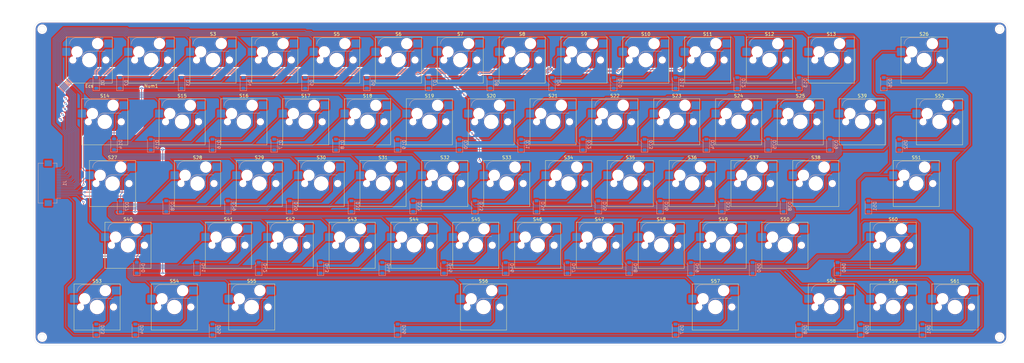
<source format=kicad_pcb>
(kicad_pcb (version 20240108) (generator "pcbnew") (generator_version "8.0")
  (layers (0 "F.Cu" signal) (31 "B.Cu" signal) (34 "B.Paste" user) (35 "F.Paste" user) (36 "B.SilkS" user "B.Silkscreen") (37 "F.SilkS" user "F.Silkscreen") (38 "B.Mask" user) (39 "F.Mask" user) (44 "Edge.Cuts" user))
  (net 0 "")
  (net 1 "Column11")
  (net 2 "Column8")
  (net 3 "Column3")
  (net 4 "Row1")
  (net 5 "Column2")
  (net 6 "Column5")
  (net 7 "Column13")
  (net 8 "Column6")
  (net 9 "Column10")
  (net 10 "Column7")
  (net 11 "Column4")
  (net 12 "Row2")
  (net 13 "Column12")
  (net 14 "Column1")
  (net 15 "Column9")
  (net 16 "Row4")
  (net 17 "Row3")
  (net 18 "Row5")
  (net 19 "Net-(D1-A)")
  (net 20 "Net-(D2-A)")
  (net 21 "Net-(D3-A)")
  (net 22 "Net-(D4-A)")
  (net 23 "Net-(D5-A)")
  (net 24 "Net-(D6-A)")
  (net 25 "Net-(D7-A)")
  (net 26 "Net-(D8-A)")
  (net 27 "Net-(D9-A)")
  (net 28 "Net-(D10-A)")
  (net 29 "Net-(D11-A)")
  (net 30 "Net-(D12-A)")
  (net 31 "Net-(D13-A)")
  (net 32 "Net-(D14-A)")
  (net 33 "Net-(D15-A)")
  (net 34 "Net-(D16-A)")
  (net 35 "Net-(D17-A)")
  (net 36 "Net-(D18-A)")
  (net 37 "Net-(D19-A)")
  (net 38 "Net-(D20-A)")
  (net 39 "Net-(D21-A)")
  (net 40 "Net-(D22-A)")
  (net 41 "Net-(D23-A)")
  (net 42 "Net-(D24-A)")
  (net 43 "Net-(D25-A)")
  (net 44 "Net-(D26-A)")
  (net 45 "Net-(D27-A)")
  (net 46 "Net-(D28-A)")
  (net 47 "Net-(D29-A)")
  (net 48 "Net-(D30-A)")
  (net 49 "Net-(D31-A)")
  (net 50 "Net-(D32-A)")
  (net 51 "Net-(D33-A)")
  (net 52 "Net-(D34-A)")
  (net 53 "Net-(D35-A)")
  (net 54 "Net-(D36-A)")
  (net 55 "Net-(D37-A)")
  (net 56 "Net-(D38-A)")
  (net 57 "Net-(D39-A)")
  (net 58 "Net-(D40-A)")
  (net 59 "Net-(D41-A)")
  (net 60 "Net-(D42-A)")
  (net 61 "Net-(D43-A)")
  (net 62 "Net-(D44-A)")
  (net 63 "Net-(D45-A)")
  (net 64 "Net-(D46-A)")
  (net 65 "Net-(D47-A)")
  (net 66 "Net-(D48-A)")
  (net 67 "Net-(D49-A)")
  (net 68 "Net-(D50-A)")
  (net 69 "Net-(D51-A)")
  (net 70 "Net-(D52-A)")
  (net 71 "Net-(D53-A)")
  (net 72 "Net-(D54-A)")
  (net 73 "Net-(D55-A)")
  (net 74 "Net-(D56-A)")
  (net 75 "Net-(D57-A)")
  (net 76 "Net-(D58-A)")
  (net 77 "Net-(D59-A)")
  (net 78 "Net-(D60-A)")
  (net 79 "Net-(D61-A)")
  (footprint "ScottoKeebs_Hotswap:Hotswap_MX_1.00u" (layer "F.Cu") (at 261.2125 97.625)
    (property "Reference" "S35")
    (property "Value" "K")
  )
  (footprint "ScottoKeebs_Hotswap:Hotswap_MX_2.25u" (layer "F.Cu") (at 106.43125 116.675)
    (property "Reference" "S40")
    (property "Value" "L.Shift")
  )
  (footprint "ScottoKeebs_Hotswap:Hotswap_MX_2.25u" (layer "F.Cu") (at 349.31875 97.625)
    (property "Reference" "S51")
    (property "Value" "Enter")
  )
  (footprint "ScottoKeebs_Hotswap:Hotswap_MX_1.75u" (layer "F.Cu") (at 101.66875 97.625)
    (property "Reference" "S27")
    (property "Value" "Caps")
  )
  (footprint "ScottoKeebs_Hotswap:Hotswap_MX_1.00u" (layer "F.Cu") (at 146.9125 97.625)
    (property "Reference" "S29")
    (property "Value" "S")
  )
  (footprint "ScottoKeebs_Hotswap:Hotswap_MX_1.00u" (layer "F.Cu") (at 308.8375 116.675)
    (property "Reference" "S50")
    (property "Value" "Slash")
  )
  (footprint "ScottoKeebs_Hotswap:Hotswap_MX_1.00u" (layer "F.Cu") (at 175.4875 116.675)
    (property "Reference" "S43")
    (property "Value" "C")
  )
  (footprint "ScottoKeebs_Hotswap:Hotswap_MX_1.00u" (layer "F.Cu") (at 323.125 135.725)
    (property "Reference" "S58")
    (property "Value" "Left")
  )
  (footprint "ScottoKeebs_Hotswap:Hotswap_MX_1.00u" (layer "F.Cu") (at 142.15 78.575)
    (property "Reference" "S16")
    (property "Value" "W")
  )
  (footprint "ScottoKeebs_Hotswap:Hotswap_MX_1.00u" (layer "F.Cu") (at 170.725 59.525)
    (property "Reference" "S5")
    (property "Value" "Num4")
  )
  (footprint "ScottoKeebs_Hotswap:Hotswap_MX_1.00u" (layer "F.Cu") (at 280.2625 97.625)
    (property "Reference" "S36")
    (property "Value" "L")
  )
  (footprint "ScottoKeebs_Hotswap:Hotswap_MX_1.00u" (layer "F.Cu") (at 256.45 78.575)
    (property "Reference" "S22")
    (property "Value" "I")
  )
  (footprint "ScottoKeebs_Hotswap:Hotswap_MX_1.00u" (layer "F.Cu") (at 318.3625 97.625)
    (property "Reference" "S38")
    (property "Value" "Quote")
  )
  (footprint "ScottoKeebs_Hotswap:Hotswap_MX_1.00u" (layer "F.Cu") (at 180.25 78.575)
    (property "Reference" "S18")
    (property "Value" "R")
  )
  (footprint "ScottoKeebs_Hotswap:Hotswap_MX_1.00u" (layer "F.Cu") (at 185.0125 97.625)
    (property "Reference" "S31")
    (property "Value" "F")
  )
  (footprint "ScottoKeebs_Hotswap:Hotswap_MX_1.25u" (layer "F.Cu") (at 96.90625 135.725)
    (property "Reference" "S53")
    (property "Value" "L.Ctrl")
  )
  (footprint "ScottoKeebs_Hotswap:Hotswap_MX_1.00u" (layer "F.Cu") (at 161.2 78.575)
    (property "Reference" "S17")
    (property "Value" "E")
  )
  (footprint "ScottoKeebs_Hotswap:Hotswap_MX_1.00u" (layer "F.Cu") (at 237.4 78.575)
    (property "Reference" "S21")
    (property "Value" "U")
  )
  (footprint "ScottoKeebs_Hotswap:Hotswap_MX_1.00u" (layer "F.Cu") (at 194.5375 116.675)
    (property "Reference" "S44")
    (property "Value" "V")
  )
  (footprint "ScottoKeebs_Hotswap:Hotswap_MX_1.00u" (layer "F.Cu") (at 323.125 59.525)
    (property "Reference" "S13")
    (property "Value" "Equal")
  )
  (footprint "ScottoKeebs_Hotswap:Hotswap_MX_1.00u" (layer "F.Cu") (at 132.625 59.525)
    (property "Reference" "S3")
    (property "Value" "Num2")
  )
  (footprint "ScottoKeebs_Hotswap:Hotswap_MX_1.00u" (layer "F.Cu") (at 113.575 59.525)
    (property "Reference" "S2" (hide yes))
    (property "Value" "Num1")
  )
  (footprint "ScottoKeebs_Hotswap:Hotswap_MX_1.00u" (layer "F.Cu") (at 289.7875 116.675)
    (property "Reference" "S49")
    (property "Value" "Period")
  )
  (footprint "ScottoKeebs_Hotswap:Hotswap_MX_2.00u" (layer "F.Cu") (at 351.7 59.525)
    (property "Reference" "S26")
    (property "Value" "Backspace")
  )
  (footprint "ScottoKeebs_Hotswap:Hotswap_MX_1.50u" (layer "F.Cu") (at 99.2875 78.575)
    (property "Reference" "S14")
    (property "Value" "Tab")
  )
  (footprint "ScottoKeebs_Hotswap:Hotswap_MX_1.00u" (layer "F.Cu") (at 265.975 59.525)
    (property "Reference" "S10")
    (property "Value" "Num9")
  )
  (footprint "ScottoKeebs_Hotswap:Hotswap_MX_1.00u" (layer "F.Cu") (at 313.6 78.575)
    (property "Reference" "S25")
    (property "Value" "L.Bracket")
  )
  (footprint "ScottoKeebs_Hotswap:Hotswap_MX_1.00u" (layer "F.Cu") (at 304.075 59.525)
    (property "Reference" "S12")
    (property "Value" "Minus")
  )
  (footprint "ScottoKeebs_Hotswap:Hotswap_MX_1.25u" (layer "F.Cu") (at 287.40625 135.725)
    (property "Reference" "S57")
    (property "Value" "Fn")
  )
  (footprint "ScottoKeebs_Hotswap:Hotswap_MX_1.00u" (layer "F.Cu") (at 151.675 59.525)
    (property "Reference" "S4")
    (property "Value" "Num3")
  )
  (footprint "ScottoKeebs_Hotswap:Hotswap_MX_1.00u" (layer "F.Cu") (at 156.4375 116.675)
    (property "Reference" "S42")
    (property "Value" "X")
  )
  (footprint "ScottoKeebs_Hotswap:Hotswap_MX_1.00u" (layer "F.Cu") (at 223.1125 97.625)
    (property "Reference" "S33")
    (property "Value" "H")
  )
  (footprint "ScottoKeebs_Hotswap:Hotswap_MX_1.00u" (layer "F.Cu") (at 294.55 78.575)
    (property "Reference" "S24")
    (property "Value" "P")
  )
  (footprint "ScottoKeebs_Hotswap:Hotswap_MX_1.00u" (layer "F.Cu") (at 299.3125 97.625)
    (property "Reference" "S37")
    (property "Value" "Semicolon")
  )
  (footprint "ScottoKeebs_Hotswap:Hotswap_MX_1.00u" (layer "F.Cu") (at 275.5 78.575)
    (property "Reference" "S23")
    (property "Value" "O")
  )
  (footprint "ScottoKeebs_Hotswap:Hotswap_MX_1.00u" (layer "F.Cu") (at 204.0625 97.625)
    (property "Reference" "S32")
    (property "Value" "G")
  )
  (footprint "ScottoKeebs_Hotswap:Hotswap_MX_1.00u" (layer "F.Cu") (at 137.3875 116.675)
    (property "Reference" "S41")
    (property "Value" "Z")
  )
  (footprint "ScottoKeebs_Hotswap:Hotswap_MX_1.00u" (layer "F.Cu") (at 246.925 59.525)
    (property "Reference" "S9")
    (property "Value" "Num8")
  )
  (footprint "ScottoKeebs_Hotswap:Hotswap_MX_1.00u" (layer "F.Cu") (at 165.9625 97.625)
    (property "Reference" "S30")
    (property "Value" "D")
  )
  (footprint "ScottoKeebs_Hotswap:Hotswap_MX_1.25u" (layer "F.Cu") (at 120.71875 135.725)
    (property "Reference" "S54")
    (property "Value" "L.Super")
  )
  (footprint "ScottoKeebs_Hotswap:Hotswap_MX_1.00u" (layer "F.Cu") (at 213.5875 116.675)
    (property "Reference" "S45")
    (property "Value" "B")
  )
  (footprint "ScottoKeebs_Hotswap:Hotswap_MX_1.00u" (layer "F.Cu") (at 232.6375 116.675)
    (property "Reference" "S46")
    (property "Value" "N")
  )
  (footprint "ScottoKeebs_Hotswap:Hotswap_MX_1.00u" (layer "F.Cu") (at 342.175 116.675)
    (property "Reference" "S60")
    (property "Value" "Up")
  )
  (footprint "ScottoKeebs_Hotswap:Hotswap_MX_1.00u" (layer "F.Cu") (at 251.6875 116.675)
    (property "Reference" "S47")
    (property "Value" "M")
  )
  (footprint "ScottoKeebs_Hotswap:Hotswap_MX_1.00u" (layer "F.Cu") (at 361.225 135.725)
    (property "Reference" "S61")
    (property "Value" "Right")
  )
  (footprint "ScottoKeebs_Hotswap:Hotswap_MX_1.00u" (layer "F.Cu") (at 342.175 135.725)
    (property "Reference" "S59")
    (property "Value" "Down")
  )
  (footprint "ScottoKeebs_Hotswap:Hotswap_MX_1.50u" (layer "F.Cu") (at 356.4625 78.575)
    (property "Reference" "S52")
    (property "Value" "Backslash")
  )
  (footprint "ScottoKeebs_Hotswap:Hotswap_MX_1.00u" (layer "F.Cu") (at 242.1625 97.625)
    (property "Reference" "S34")
    (property "Value" "J")
  )
  (footprint "ScottoKeebs_Hotswap:Hotswap_MX_1.00u" (layer "F.Cu") (at 270.7375 116.675)
    (property "Reference" "S48")
    (property "Value" "Comma")
  )
  (footprint "ScottoKeebs_Hotswap:Hotswap_MX_1.00u" (layer "F.Cu") (at 199.3 78.575)
    (property "Reference" "S19")
    (property "Value" "T")
  )
  (footprint "ScottoKeebs_Hotswap:Hotswap_MX_1.00u" (layer "F.Cu") (at 332.65 78.575)
    (property "Reference" "S39")
    (property "Value" "R.Bracket")
  )
  (footprint "ScottoKeebs_Hotswap:Hotswap_MX_1.00u" (layer "F.Cu") (at 127.8625 97.625)
    (property "Reference" "S28")
    (property "Value" "A")
  )
  (footprint "ScottoKeebs_Hotswap:Hotswap_MX_1.00u" (layer "F.Cu") (at 189.775 59.525)
    (property "Reference" "S6")
    (property "Value" "Num5")
  )
  (footprint "ScottoKeebs_Hotswap:Hotswap_MX_1.25u" (layer "F.Cu") (at 144.53125 135.725)
    (property "Reference" "S55")
    (property "Value" "L.Alt")
  )
  (footprint "ScottoKeebs_Hotswap:Hotswap_MX_1.00u" (layer "F.Cu") (at 285.025 59.525)
    (property "Reference" "S11")
    (property "Value" "Num0")
  )
  (footprint "ScottoKeebs_Hotswap:Hotswap_MX_6.25u" (layer "F.Cu") (at 215.96875 135.725)
    (property "Reference" "S56")
    (property "Value" "Space")
  )
  (footprint "ScottoKeebs_Hotswap:Hotswap_MX_1.00u" (layer "F.Cu") (at 94.525 59.525)
    (property "Reference" "S1" (hide yes))
    (property "Value" "Ecs")
  )
  (footprint "ScottoKeebs_Hotswap:Hotswap_MX_1.00u" (layer "F.Cu") (at 218.35 78.575)
    (property "Reference" "S20")
    (property "Value" "Y")
  )
  (footprint "ScottoKeebs_Hotswap:Hotswap_MX_1.00u" (layer "F.Cu") (at 123.1 78.575)
    (property "Reference" "S15")
    (property "Value" "Q")
  )
  (footprint "ScottoKeebs_Hotswap:Hotswap_MX_1.00u" (layer "F.Cu") (at 227.875 59.525)
    (property "Reference" "S8")
    (property "Value" "Num7")
  )
  (footprint "ScottoKeebs_Hotswap:Hotswap_MX_1.00u" (layer "F.Cu") (at 208.825 59.525)
    (property "Reference" "S7")
    (property "Value" "Num6")
  )
  (footprint "Diode_SMD:D_SOD-123" (layer "B.Cu") (at 104.1425 104.6625 90)
    (property "Reference" "D27")
    (property "Value" "Diode")
  )
  (footprint "Diode_SMD:D_SOD-123" (layer "B.Cu") (at 241.825 123.6275 90)
    (property "Reference" "D47")
    (property "Value" "Diode")
  )
  (footprint "Diode_SMD:D_SOD-123" (layer "B.Cu") (at 213.295 104.6075 90)
    (property "Reference" "D33")
    (property "Value" "Diode")
  )
  (footprint "Diode_SMD:D_SOD-123" (layer "B.Cu") (at 270.355 104.6075 90)
    (property "Reference" "D36")
    (property "Value" "Diode")
  )
  (footprint "Connector_FFC-FPC:Hirose_FH12-18S-0.5SH_1x18-1MP_P0.50mm_Horizontal" (layer "B.Cu") (at 83.25 97.5125 90)
    (property "Reference" "J1")
    (property "Value" "Conn_01x18")
  )
  (footprint "Diode_SMD:D_SOD-123" (layer "B.Cu") (at 294.13 66.5675 90)
    (property "Reference" "D12")
    (property "Value" "Diode")
  )
  (footprint "Diode_SMD:D_SOD-123" (layer "B.Cu") (at 289.375 104.6075 90)
    (property "Reference" "D37")
    (property "Value" "Diode")
  )
  (footprint "Diode_SMD:D_SOD-123" (layer "B.Cu") (at 180.01 66.5675 90)
    (property "Reference" "D6")
    (property "Value" "Diode")
  )
  (footprint "Diode_SMD:D_SOD-123" (layer "B.Cu") (at 108.685 142.6475 90)
    (property "Reference" "D54")
    (property "Value" "Diode")
  )
  (footprint "Diode_SMD:D_SOD-123" (layer "B.Cu") (at 137.215 104.6075 90)
    (property "Reference" "D29")
    (property "Value" "Diode")
  )
  (footprint "Diode_SMD:D_SOD-123" (layer "B.Cu") (at 339.3025 66.5675 90)
    (property "Reference" "D26")
    (property "Value" "Diode")
  )
  (footprint "Diode_SMD:D_SOD-123" (layer "B.Cu") (at 325.0375 123.6275 90)
    (property "Reference" "D60")
    (property "Value" "Diode")
  )
  (footprint "Diode_SMD:D_SOD-123" (layer "B.Cu") (at 227.56 85.5875 90)
    (property "Reference" "D21")
    (property "Value" "Diode")
  )
  (footprint "Diode_SMD:D_SOD-123" (layer "B.Cu") (at 170.5 85.5875 90)
    (property "Reference" "D18")
    (property "Value" "Diode")
  )
  (footprint "Diode_SMD:D_SOD-123" (layer "B.Cu") (at 322.66 85.5875 90)
    (property "Reference" "D39")
    (property "Value" "Diode")
  )
  (footprint "Diode_SMD:D_SOD-123" (layer "B.Cu") (at 313.15 142.6475 90)
    (property "Reference" "D58")
    (property "Value" "Diode")
  )
  (footprint "Diode_SMD:D_SOD-123" (layer "B.Cu") (at 118.195 104.6075 90)
    (property "Reference" "D28")
    (property "Value" "Diode")
  )
  (footprint "Diode_SMD:D_SOD-123" (layer "B.Cu") (at 232.315 104.6075 90)
    (property "Reference" "D34")
    (property "Value" "Diode")
  )
  (footprint "Diode_SMD:D_SOD-123" (layer "B.Cu") (at 109.1425 123.6275 90)
    (property "Reference" "D40")
    (property "Value" "Diode")
  )
  (footprint "Diode_SMD:D_SOD-123" (layer "B.Cu") (at 251.335 104.6075 90)
    (property "Reference" "D35")
    (property "Value" "Diode")
  )
  (footprint "Diode_SMD:D_SOD-123" (layer "B.Cu") (at 222.805 123.6275 90)
    (property "Reference" "D46")
    (property "Value" "Diode")
  )
  (footprint "Diode_SMD:D_SOD-123" (layer "B.Cu") (at 113.44 85.5875 90)
    (property "Reference" "D15")
    (property "Value" "Diode")
  )
  (footprint "Diode_SMD:D_SOD-123" (layer "B.Cu") (at 334.5475 104.6075 90)
    (property "Reference" "D51")
    (property "Value" "Diode")
  )
  (footprint "Diode_SMD:D_SOD-123" (layer "B.Cu") (at 160.99 66.5675 90)
    (property "Reference" "D5")
    (property "Value" "Diode")
  )
  (footprint "Diode_SMD:D_SOD-123" (layer "B.Cu") (at 351.19 142.6475 90)
    (property "Reference" "D61")
    (property "Value" "Diode")
  )
  (footprint "Diode_SMD:D_SOD-123" (layer "B.Cu") (at 256.09 66.5675 90)
    (property "Reference" "D10")
    (property "Value" "Diode")
  )
  (footprint "Diode_SMD:D_SOD-123" (layer "B.Cu") (at 303.64 85.5875 90)
    (property "Reference" "D25")
    (property "Value" "Diode")
  )
  (footprint "Diode_SMD:D_SOD-123" (layer "B.Cu") (at 265.6 85.5875 90)
    (property "Reference" "D23")
    (property "Value" "Diode")
  )
  (footprint "Diode_SMD:D_SOD-123" (layer "B.Cu") (at 344.0575 85.5875 90)
    (property "Reference" "D52")
    (property "Value" "Diode")
  )
  (footprint "Diode_SMD:D_SOD-123" (layer "B.Cu") (at 102.1425 85.5125 90)
    (property "Reference" "D14")
    (property "Value" "Diode")
  )
  (footprint "Diode_SMD:D_SOD-123" (layer "B.Cu") (at 175.255 104.6075 90)
    (property "Reference" "D31")
    (property "Value" "Diode")
  )
  (footprint "Diode_SMD:D_SOD-123" (layer "B.Cu") (at 165.745 123.6275 90)
    (property "Reference" "D43")
    (property "Value" "Diode")
  )
  (footprint "Diode_SMD:D_SOD-123" (layer "B.Cu") (at 279.865 123.6275 90)
    (property "Reference" "D49")
    (property "Value" "Diode")
  )
  (footprint "Diode_SMD:D_SOD-123" (layer "B.Cu") (at 284.62 85.5875 90)
    (property "Reference" "D24")
    (property "Value" "Diode")
  )
  (footprint "Diode_SMD:D_SOD-123" (layer "B.Cu") (at 141.97 66.5675 90)
    (property "Reference" "D4")
    (property "Value" "Diode")
  )
  (footprint "Diode_SMD:D_SOD-123" (layer "B.Cu") (at 146.725 123.6275 90)
    (property "Reference" "D42")
    (property "Value" "Diode")
  )
  (footprint "Diode_SMD:D_SOD-123" (layer "B.Cu") (at 313.15 66.5675 90)
    (property "Reference" "D13")
    (property "Value" "Diode")
  )
  (footprint "Diode_SMD:D_SOD-123" (layer "B.Cu") (at 96.6425 142.6475 90)
    (property "Reference" "D53")
    (property "Value" "Diode")
  )
  (footprint "Diode_SMD:D_SOD-123" (layer "B.Cu") (at 127.705 123.6275 90)
    (property "Reference" "D41")
    (property "Value" "Diode")
  )
  (footprint "Diode_SMD:D_SOD-123" (layer "B.Cu") (at 151.48 85.5875 90)
    (property "Reference" "D17")
    (property "Value" "Diode")
  )
  (footprint "Diode_SMD:D_SOD-123" (layer "B.Cu") (at 189.52 142.6475 90)
    (property "Reference" "D56")
    (property "Value" "Diode")
  )
  (footprint "Diode_SMD:D_SOD-123" (layer "B.Cu") (at 199.03 66.5675 90)
    (property "Reference" "D7")
    (property "Value" "Diode")
  )
  (footprint "Diode_SMD:D_SOD-123" (layer "B.Cu") (at 189.52 85.5875 90)
    (property "Reference" "D19")
    (property "Value" "Diode")
  )
  (footprint "Diode_SMD:D_SOD-123" (layer "B.Cu") (at 260.845 123.6275 90)
    (property "Reference" "D48")
    (property "Value" "Diode")
  )
  (footprint "Diode_SMD:D_SOD-123" (layer "B.Cu") (at 208.54 85.5875 90)
    (property "Reference" "D20")
    (property "Value" "Diode")
  )
  (footprint "Diode_SMD:D_SOD-123" (layer "B.Cu") (at 132.46 142.6475 90)
    (property "Reference" "D55")
    (property "Value" "Diode")
  )
  (footprint "Diode_SMD:D_SOD-123" (layer "B.Cu") (at 132.46 85.5875 90)
    (property "Reference" "D16")
    (property "Value" "Diode")
  )
  (footprint "Diode_SMD:D_SOD-123" (layer "B.Cu") (at 332.17 142.6475 90)
    (property "Reference" "D59")
    (property "Value" "Diode")
  )
  (footprint "Diode_SMD:D_SOD-123" (layer "B.Cu") (at 298.885 123.6275 90)
    (property "Reference" "D50")
    (property "Value" "Diode")
  )
  (footprint "Diode_SMD:D_SOD-123" (layer "B.Cu") (at 237.07 66.5675 90)
    (property "Reference" "D9")
    (property "Value" "Diode")
  )
  (footprint "Diode_SMD:D_SOD-123" (layer "B.Cu") (at 308.395 104.6075 90)
    (property "Reference" "D38")
    (property "Value" "Diode")
  )
  (footprint "Diode_SMD:D_SOD-123" (layer "B.Cu") (at 122.95 66.5675 90)
    (property "Reference" "D3")
    (property "Value" "Diode")
  )
  (footprint "Diode_SMD:D_SOD-123" (layer "B.Cu") (at 218.05 66.5675 90)
    (property "Reference" "D8")
    (property "Value" "Diode")
  )
  (footprint "Diode_SMD:D_SOD-123" (layer "B.Cu") (at 156.235 104.6075 90)
    (property "Reference" "D30")
    (property "Value" "Diode")
  )
  (footprint "Diode_SMD:D_SOD-123" (layer "B.Cu") (at 184.765 123.6275 90)
    (property "Reference" "D44")
    (property "Value" "Diode")
  )
  (footprint "Diode_SMD:D_SOD-123" (layer "B.Cu") (at 103.93 66.5675 90)
    (property "Reference" "D2")
    (property "Value" "Diode")
  )
  (footprint "Diode_SMD:D_SOD-123" (layer "B.Cu") (at 203.785 123.6275 90)
    (property "Reference" "D45")
    (property "Value" "Diode")
  )
  (footprint "Diode_SMD:D_SOD-123" (layer "B.Cu") (at 194.275 104.6075 90)
    (property "Reference" "D32")
    (property "Value" "Diode")
  )
  (footprint "Diode_SMD:D_SOD-123" (layer "B.Cu") (at 275.11 66.5675 90)
    (property "Reference" "D11")
    (property "Value" "Diode")
  )
  (footprint "Diode_SMD:D_SOD-123" (layer "B.Cu") (at 246.58 85.5875 90)
    (property "Reference" "D22")
    (property "Value" "Diode")
  )
  (footprint "Diode_SMD:D_SOD-123" (layer "B.Cu") (at 96.6425 66.5675 90)
    (property "Reference" "D1")
    (property "Value" "Diode")
  )
  (footprint "Diode_SMD:D_SOD-123" (layer "B.Cu") (at 275.11 142.6475 90)
    (property "Reference" "D57")
    (property "Value" "Diode")
  )
  (gr_circle (center 375 145) (end 375 146) (stroke (width 0.05)) (fill none) (layer "Edge.Cuts"))
  (gr_line (start 375 47.5) (end 80 47.5) (stroke (width 0.05)) (layer "Edge.Cuts"))
  (gr_arc (start 375 47.5) (mid 376.767767 48.232233) (end 377.5 50) (stroke (width 0.05)) (layer "Edge.Cuts"))
  (gr_circle (center 80 145) (end 80 146) (stroke (width 0.05)) (fill none) (layer "Edge.Cuts"))
  (gr_arc (start 377.5 145) (mid 376.767767 146.767767) (end 375 147.5) (stroke (width 0.05)) (layer "Edge.Cuts"))
  (gr_line (start 80 147.5) (end 375 147.5) (stroke (width 0.05)) (layer "Edge.Cuts"))
  (gr_line (start 377.5 145) (end 377.5 50) (stroke (width 0.05)) (layer "Edge.Cuts"))
  (gr_arc (start 80 147.5) (mid 78.232233 146.767767) (end 77.5 145) (stroke (width 0.05)) (layer "Edge.Cuts"))
  (gr_line (start 77.5 50) (end 77.5 145) (stroke (width 0.05)) (layer "Edge.Cuts"))
  (gr_circle (center 80 50) (end 79 50) (stroke (width 0.05)) (fill none) (layer "Edge.Cuts"))
  (gr_arc (start 77.5 50) (mid 78.232233 48.232233) (end 80 47.5) (stroke (width 0.05)) (layer "Edge.Cuts"))
  (gr_circle (center 375 50) (end 376 50) (stroke (width 0.05)) (fill none) (layer "Edge.Cuts"))
  (segment (start 215.442401 62.2875) (end 214.282601 62.2875) (width 0.2) (layer "F.Cu") (net 1))
  (segment (start 196.908086 62.4875) (end 196.495586 62.075) (width 0.2) (layer "F.Cu") (net 1))
  (segment (start 85.05 77.175) (end 85.75 77.875) (width 0.2) (layer "F.Cu") (net 1))
  (segment (start 235.934314 62) (end 235.234314 62.7) (width 0.2) (layer "F.Cu") (net 1))
  (segment (start 276.5 62.5) (end 257.251471 62.5) (width 0.2) (layer "F.Cu") (net 1))
  (segment (start 237.489216 62.7) (end 236.789216 62) (width 0.2) (layer "F.Cu") (net 1))
  (segment (start 214.082601 62.4875) (end 196.908086 62.4875) (width 0.2) (layer "F.Cu") (net 1))
  (segment (start 235.234314 62.7) (end 215.854901 62.7) (width 0.2) (layer "F.Cu") (net 1))
  (segment (start 85.05 68.312257) (end 85.05 77.175) (width 0.2) (layer "F.Cu") (net 1))
  (segment (start 215.854901 62.7) (end 215.442401 62.2875) (width 0.2) (layer "F.Cu") (net 1))
  (segment (start 196.495586 62.075) (end 195.004413 62.075) (width 0.2) (layer "F.Cu") (net 1))
  (segment (start 91.087257 62.275) (end 85.05 68.312257) (width 0.2) (layer "F.Cu") (net 1))
  (segment (start 194.804414 62.275) (end 91.087257 62.275) (width 0.2) (layer "F.Cu") (net 1))
  (segment (start 195.004413 62.075) (end 194.804414 62.275) (width 0.2) (layer "F.Cu") (net 1))
  (segment (start 214.282601 62.2875) (end 214.082601 62.4875) (width 0.2) (layer "F.Cu") (net 1))
  (segment (start 257.051471 62.7) (end 237.489216 62.7) (width 0.2) (layer "F.Cu") (net 1))
  (segment (start 236.789216 62) (end 235.934314 62) (width 0.2) (layer "F.Cu") (net 1))
  (segment (start 257.251471 62.5) (end 257.051471 62.7) (width 0.2) (layer "F.Cu") (net 1))
  (via (at 276.5 62.5) (size 0.6) (drill 0.3) (layers "F.Cu" "B.Cu") (net 1))
  (via (at 85.75 77.875) (size 0.6) (drill 0.3) (layers "F.Cu" "B.Cu") (net 1))
  (segment (start 292.85 65.375) (end 293.5425 66.0675) (width 0.2) (layer "B.Cu") (net 1))
  (segment (start 86.45 78.575) (end 86.45 81.166171) (width 0.2) (layer "B.Cu") (net 1))
  (segment (start 315.95 67.540686) (end 315.95 69.709314) (width 0.2) (layer "B.Cu") (net 1))
  (segment (start 292.025 71.475) (end 287.465 76.035) (width 0.2) (layer "B.Cu") (net 1))
  (segment (start 277.94 61.06) (end 277.94 56.985) (width 0.2) (layer "B.Cu") (net 1))
  (segment (start 292.2275 95.085) (end 287.75 99.5625) (width 0.2) (layer "B.Cu") (net 1))
  (segment (start 287.75 102.875) (end 288.6875 103.8125) (width 0.2) (layer "B.Cu") (net 1))
  (segment (start 331.3425 96.746814) (end 333.404314 94.685) (width 0.2) (layer "B.Cu") (net 1))
  (segment (start 276.5 62.5) (end 277.94 61.06) (width 0.2) (layer "B.Cu") (net 1))
  (segment (start 309.9425 103.8125) (end 311.6425 105.5125) (width 0.2) (layer "B.Cu") (net 1))
  (segment (start 310.1425 109.0125) (end 303.1425 109.0125) (width 0.2) (layer "B.Cu") (net 1))
  (segment (start 349.3775 76.035) (end 342.62 76.035) (width 0.2) (layer "B.Cu") (net 1))
  (segment (start 311.6425 105.5125) (end 311.6425 106.5125) (width 0.2) (layer "B.Cu") (net 1))
  (segment (start 282.75 80.75) (end 282.75 84.12) (width 0.2) (layer "B.Cu") (net 1))
  (segment (start 277.94 56.985) (end 277.94 53.785) (width 0.2) (layer "B.Cu") (net 1))
  (segment (start 86.8625 94.2625) (end 85.1 94.2625) (width 0.2) (layer "B.Cu") (net 1))
  (segment (start 301.7525 110.4025) (end 301.7525 114.135) (width 0.2) (layer "B.Cu") (net 1))
  (segment (start 287.75 99.5625) (end 287.75 102.875) (width 0.2) (layer "B.Cu") (net 1))
  (segment (start 297.7 89.6125) (end 292.2275 95.085) (width 0.2) (layer "B.Cu") (net 1))
  (segment (start 279.85 51.875) (end 291.8 51.875) (width 0.2) (layer "B.Cu") (net 1))
  (segment (start 87.65 82.366171) (end 87.65 93.475) (width 0.2) (layer "B.Cu") (net 1))
  (segment (start 277.94 53.785) (end 279.85 51.875) (width 0.2) (layer "B.Cu") (net 1))
  (segment (start 311.6425 106.5125) (end 311.6425 107.5125) (width 0.2) (layer "B.Cu") (net 1))
  (segment (start 293.5425 66.0675) (end 314.476814 66.0675) (width 0.2) (layer "B.Cu") (net 1))
  (segment (start 324.414558 85.0875) (end 325.7425 86.415442) (width 0.2) (layer "B.Cu") (net 1))
  (segment (start 292.85 52.925) (end 292.85 65.375) (width 0.2) (layer "B.Cu") (net 1))
  (segment (start 87.65 93.475) (end 86.8625 94.2625) (width 0.2) (layer "B.Cu") (net 1))
  (segment (start 325.7425 88.471814) (end 324.601814 89.6125) (width 0.2) (layer "B.Cu") (net 1))
  (segment (start 85.75 77.875) (end 86.45 78.575) (width 0.2) (layer "B.Cu") (net 1))
  (segment (start 341.1425 77.5125) (end 341.1425 91.5125) (width 0.2) (layer "B.Cu") (net 1))
  (segment (start 328.6425 106.5125) (end 311.6425 106.5125) (width 0.2) (layer "B.Cu") (net 1))
  (segment (start 303.1425 109.0125) (end 301.7525 110.4025) (width 0.2) (layer "B.Cu") (net 1))
  (segment (start 287.465 76.035) (end 282.75 80.75) (width 0.2) (layer "B.Cu") (net 1))
  (segment (start 315.95 69.709314) (end 314.184314 71.475) (width 0.2) (layer "B.Cu") (net 1))
  (segment (start 288.6875 103.8125) (end 309.9425 103.8125) (width 0.2) (layer "B.Cu") (net 1))
  (segment (start 324.601814 89.6125) (end 297.7 89.6125) (width 0.2) (layer "B.Cu") (net 1))
  (segment (start 341.1425 91.5125) (end 337.97 94.685) (width 0.2) (layer "B.Cu") (net 1))
  (segment (start 325.7425 86.415442) (end 325.7425 88.471814) (width 0.2) (layer "B.Cu") (net 1))
  (segment (start 331.3425 96.746814) (end 331.3425 103.8125) (width 0.2) (layer "B.Cu") (net 1))
  (segment (start 311.6425 107.5125) (end 310.1425 109.0125) (width 0.2) (layer "B.Cu") (net 1))
  (segment (start 291.8 51.875) (end 292.85 52.925) (width 0.2) (layer "B.Cu") (net 1))
  (segment (start 314.184314 71.475) (end 292.025 71.475) (width 0.2) (layer "B.Cu") (net 1))
  (segment (start 342.62 76.035) (end 341.1425 77.5125) (width 0.2) (layer "B.Cu") (net 1))
  (segment (start 86.45 81.166171) (end 87.65 82.366171) (width 0.2) (layer "B.Cu") (net 1))
  (segment (start 331.3425 103.8125) (end 328.6425 106.5125) (width 0.2) (layer "B.Cu") (net 1))
  (segment (start 314.476814 66.0675) (end 315.95 67.540686) (width 0.2) (layer "B.Cu") (net 1))
  (segment (start 337.97 94.685) (end 333.404314 94.685) (width 0.2) (layer "B.Cu") (net 1))
  (segment (start 282.75 84.12) (end 283.7175 85.0875) (width 0.2) (layer "B.Cu") (net 1))
  (segment (start 283.7175 85.0875) (end 324.414558 85.0875) (width 0.2) (layer "B.Cu") (net 1))
  (segment (start 195.501471 63.275) (end 195.301471 63.475) (width 0.2) (layer "F.Cu") (net 2))
  (segment (start 91.584314 63.475) (end 86.25 68.809314) (width 0.2) (layer "F.Cu") (net 2))
  (segment (start 196.411029 63.6875) (end 195.998529 63.275) (width 0.2) (layer "F.Cu") (net 2))
  (segment (start 214.8625 63.6875) (end 196.411029 63.6875) (width 0.2) (layer "F.Cu") (net 2))
  (segment (start 86.25 71.975) (end 87.2 72.925) (width 0.2) (layer "F.Cu") (net 2))
  (segment (start 195.998529 63.275) (end 195.501471 63.275) (width 0.2) (layer "F.Cu") (net 2))
  (segment (start 86.25 68.809314) (end 86.25 71.975) (width 0.2) (layer "F.Cu") (net 2))
  (segment (start 195.301471 63.475) (end 91.584314 63.475) (width 0.2) (layer "F.Cu") (net 2))
  (via (at 214.8625 63.6875) (size 0.6) (drill 0.3) (layers "F.Cu" "B.Cu") (net 2))
  (via (at 87.2 72.925) (size 0.6) (drill 0.3) (layers "F.Cu" "B.Cu") (net 2))
  (segment (start 222.35 51.875) (end 234.35 51.875) (width 0.2) (layer "B.Cu") (net 2))
  (segment (start 309.645442 107.8125) (end 246.3425 107.8125) (width 0.2) (layer "B.Cu") (net 2))
  (segment (start 235.77 65.531882) (end 237.513118 67.275) (width 0.2) (layer "B.Cu") (net 2))
  (segment (start 246.3425 107.8125) (end 244.6025 109.5525) (width 0.2) (layer "B.Cu") (net 2))
  (segment (start 324.5425 86.9125) (end 324.5425 87.974756) (width 0.2) (layer "B.Cu") (net 2))
  (segment (start 217.9375 63.6875) (end 220.79 60.835) (width 0.2) (layer "B.Cu") (net 2))
  (segment (start 87.85 73.575) (end 87.85 80.869115) (width 0.2) (layer "B.Cu") (net 2))
  (segment (start 88.85 81.869115) (end 88.85 94.875) (width 0.2) (layer "B.Cu") (net 2))
  (segment (start 313.987256 67.275) (end 314.75 68.037744) (width 0.2) (layer "B.Cu") (net 2))
  (segment (start 264.786128 86.2875) (end 323.9175 86.2875) (width 0.2) (layer "B.Cu") (net 2))
  (segment (start 214.8625 63.6875) (end 217.9375 63.6875) (width 0.2) (layer "B.Cu") (net 2))
  (segment (start 220.79 60.835) (end 220.79 56.985) (width 0.2) (layer "B.Cu") (net 2))
  (segment (start 313.687256 70.275) (end 291.527942 70.275) (width 0.2) (layer "B.Cu") (net 2))
  (segment (start 269.511128 105.0125) (end 309.445442 105.0125) (width 0.2) (layer "B.Cu") (net 2))
  (segment (start 225.75 80.6) (end 225.75 84.62) (width 0.2) (layer "B.Cu") (net 2))
  (segment (start 230.315 76.035) (end 225.75 80.6) (width 0.2) (layer "B.Cu") (net 2))
  (segment (start 314.75 69.212256) (end 313.687256 70.275) (width 0.2) (layer "B.Cu") (net 2))
  (segment (start 264.411128 85.9125) (end 264.786128 86.2875) (width 0.2) (layer "B.Cu") (net 2))
  (segment (start 227.1425 86.0125) (end 245.576814 86.0125) (width 0.2) (layer "B.Cu") (net 2))
  (segment (start 253.721814 71.1125) (end 253.321814 71.5125) (width 0.2) (layer "B.Cu") (net 2))
  (segment (start 253.321814 71.5125) (end 234.8375 71.5125) (width 0.2) (layer "B.Cu") (net 2))
  (segment (start 269.273628 104.775) (end 269.511128 105.0125) (width 0.2) (layer "B.Cu") (net 2))
  (segment (start 225.75 84.62) (end 227.1425 86.0125) (width 0.2) (layer "B.Cu") (net 2))
  (segment (start 323.9175 86.2875) (end 324.5425 86.9125) (width 0.2) (layer "B.Cu") (net 2))
  (segment (start 272.206128 71.1125) (end 253.721814 71.1125) (width 0.2) (layer "B.Cu") (net 2))
  (segment (start 310.4425 106.009558) (end 310.4425 107.015442) (width 0.2) (layer "B.Cu") (net 2))
  (segment (start 88.85 94.875) (end 87.9625 95.7625) (width 0.2) (layer "B.Cu") (net 2))
  (segment (start 87.85 80.869115) (end 88.85 81.869115) (width 0.2) (layer "B.Cu") (net 2))
  (segment (start 335.09 114.135) (end 328.7125 120.5125) (width 0.2) (layer "B.Cu") (net 2))
  (segment (start 245.676814 85.9125) (end 264.411128 85.9125) (width 0.2) (layer "B.Cu") (net 2))
  (segment (start 235.77 53.295) (end 235.77 65.531882) (width 0.2) (layer "B.Cu") (net 2))
  (segment (start 244.6025 109.5525) (end 244.6025 114.135) (width 0.2) (layer "B.Cu") (net 2))
  (segment (start 310.4425 107.015442) (end 309.645442 107.8125) (width 0.2) (layer "B.Cu") (net 2))
  (segment (start 241.75 88.4125) (end 235.0775 95.085) (width 0.2) (layer "B.Cu") (net 2))
  (segment (start 250.584314 104.775) (end 269.273628 104.775) (width 0.2) (layer "B.Cu") (net 2))
  (segment (start 231.75 104.375) (end 250.184314 104.375) (width 0.2) (layer "B.Cu") (net 2))
  (segment (start 260.476814 123.7125) (end 260.139314 123.375) (width 0.2) (layer "B.Cu") (net 2))
  (segment (start 291.527942 70.275) (end 291.090442 70.7125) (width 0.2) (layer "B.Cu") (net 2))
  (segment (start 220.79 56.985) (end 220.79 53.435) (width 0.2) (layer "B.Cu") (net 2))
  (segment (start 237.513118 67.275) (end 313.987256 67.275) (width 0.2) (layer "B.Cu") (net 2))
  (segment (start 234.8375 71.5125) (end 230.315 76.035) (width 0.2) (layer "B.Cu") (net 2))
  (segment (start 245.576814 86.0125) (end 245.676814 85.9125) (width 0.2) (layer "B.Cu") (net 2))
  (segment (start 87.9625 95.7625) (end 85.1 95.7625) (width 0.2) (layer "B.Cu") (net 2))
  (segment (start 240.25 122.375) (end 240.25 118.4875) (width 0.2) (layer "B.Cu") (net 2))
  (segment (start 272.606128 70.7125) (end 272.206128 71.1125) (width 0.2) (layer "B.Cu") (net 2))
  (segment (start 309.445442 105.0125) (end 310.4425 106.009558) (width 0.2) (layer "B.Cu") (net 2))
  (segment (start 324.5425 87.974756) (end 324.104756 88.4125) (width 0.2) (layer "B.Cu") (net 2))
  (segment (start 250.184314 104.375) (end 250.584314 104.775) (width 0.2) (layer "B.Cu") (net 2))
  (segment (start 314.75 68.037744) (end 314.75 69.212256) (width 0.2) (layer "B.Cu") (net 2))
  (segment (start 328.7125 120.5125) (end 319.1425 120.5125) (width 0.2) (layer "B.Cu") (net 2))
  (segment (start 240.25 118.4875) (end 244.6025 114.135) (width 0.2) (layer "B.Cu") (net 2))
  (segment (start 220.79 53.435) (end 222.35 51.875) (width 0.2) (layer "B.Cu") (net 2))
  (segment (start 235.0775 95.085) (end 230.75 99.4125) (width 0.2) (layer "B.Cu") (net 2))
  (segment (start 230.75 103.375) (end 231.75 104.375) (width 0.2) (layer "B.Cu") (net 2))
  (segment (start 324.104756 88.4125) (end 241.75 88.4125) (width 0.2) (layer "B.Cu") (net 2))
  (segment (start 315.9425 123.7125) (end 260.476814 123.7125) (width 0.2) (layer "B.Cu") (net 2))
  (segment (start 260.139314 123.375) (end 241.25 123.375) (width 0.2) (layer "B.Cu") (net 2))
  (segment (start 230.75 99.4125) (end 230.75 103.375) (width 0.2) (layer "B.Cu") (net 2))
  (segment (start 234.35 51.875) (end 235.77 53.295) (width 0.2) (layer "B.Cu") (net 2))
  (segment (start 87.2 72.925) (end 87.85 73.575) (width 0.2) (layer "B.Cu") (net 2))
  (segment (start 241.25 123.375) (end 240.25 122.375) (width 0.2) (layer "B.Cu") (net 2))
  (segment (start 291.090442 70.7125) (end 272.606128 70.7125) (width 0.2) (layer "B.Cu") (net 2))
  (segment (start 319.1425 120.5125) (end 315.9425 123.7125) (width 0.2) (layer "B.Cu") (net 2))
  (segment (start 89.85 70.285686) (end 89.85 80.040686) (width 0.2) (layer "B.Cu") (net 3))
  (segment (start 117.099247 104.3075) (end 117.094247 104.3125) (width 0.2) (layer "B.Cu") (net 3))
  (segment (start 125.54 56.985) (end 116.4575 66.0675) (width 0.2) (layer "B.Cu") (net 3))
  (segment (start 89.85 80.040686) (end 90.85 81.040686) (width 0.2) (layer "B.Cu") (net 3))
  (segment (start 107.896128 123.1275) (end 106.8425 124.181128) (width 0.2) (layer "B.Cu") (net 3))
  (segment (start 87.476814 51.6125) (end 85.35 53.739314) (width 0.2) (layer "B.Cu") (net 3))
  (segment (start 101.076815 107.643872) (end 101.1425 107.709558) (width 0.2) (layer "B.Cu") (net 3))
  (segment (start 147.3425 108.7125) (end 149.3525 110.7225) (width 0.2) (layer "B.Cu") (net 3))
  (segment (start 100.8425 107.409558) (end 101.076815 107.643872) (width 0.2) (layer "B.Cu") (net 3))
  (segment (start 136.4425 127.3125) (end 137.44625 128.31625) (width 0.2) (layer "B.Cu") (net 3))
  (segment (start 134.3425 70.7125) (end 135.065 71.435) (width 0.2) (layer "B.Cu") (net 3))
  (segment (start 95.132018 70.7125) (end 134.3425 70.7125) (width 0.2) (layer "B.Cu") (net 3))
  (segment (start 117.094247 104.3125) (end 101.996746 104.3125) (width 0.2) (layer "B.Cu") (net 3))
  (segment (start 126.0275 123.1275) (end 107.896128 123.1275) (width 0.2) (layer "B.Cu") (net 3))
  (segment (start 125.54 56.985) (end 125.54 53.41) (width 0.2) (layer "B.Cu") (net 3))
  (segment (start 107.811128 127.3125) (end 136.4425 127.3125) (width 0.2) (layer "B.Cu") (net 3))
  (segment (start 126.1425 123.0125) (end 126.0275 123.1275) (width 0.2) (layer "B.Cu") (net 3))
  (segment (start 140.475 123.0125) (end 126.1425 123.0125) (width 0.2) (layer "B.Cu") (net 3))
  (segment (start 116.4575 66.0675) (end 95.068595 66.0675) (width 0.2) (layer "B.Cu") (net 3))
  (segment (start 102.145442 108.7125) (end 147.3425 108.7125) (width 0.2) (layer "B.Cu") (net 3))
  (segment (start 90.85 81.040686) (end 90.85 97.249363) (width 0.2) (layer "B.Cu") (net 3))
  (segment (start 149.3525 110.7225) (end 149.3525 114.135) (width 0.2) (layer "B.Cu") (net 3))
  (segment (start 93.9425 67.193595) (end 93.9425 69.522982) (width 0.2) (layer "B.Cu") (net 3))
  (segment (start 149.3525 114.135) (end 140.475 123.0125) (width 0.2) (layer "B.Cu") (net 3))
  (segment (start 95.068595 66.0675) (end 93.9425 67.193595) (width 0.2) (layer "B.Cu") (net 3))
  (segment (start 130.605 104.3075) (end 117.099247 104.3075) (width 0.2) (layer "B.Cu") (net 3))
  (segment (start 139.8275 95.085) (end 130.605 104.3075) (width 0.2) (layer "B.Cu") (net 3))
  (segment (start 137.8425 89.7125) (end 139.8275 91.6975) (width 0.2) (layer "B.Cu") (net 3))
  (segment (start 124.1425 52.0125) (end 105.708186 52.0125) (width 0.2) (layer "B.Cu") (net 3))
  (segment (start 89.836863 98.2625) (end 85.1 98.2625) (width 0.2) (layer "B.Cu") (net 3))
  (segment (start 99.4425 86.415443) (end 99.4425 88.5125) (width 0.2) (layer "B.Cu") (net 3))
  (segment (start 105.308186 51.6125) (end 87.476814 51.6125) (width 0.2) (layer "B.Cu") (net 3))
  (segment (start 101.996746 104.3125) (end 100.8425 105.466746) (width 0.2) (layer "B.Cu") (net 3))
  (segment (start 135.065 76.035) (end 126.0125 85.0875) (width 0.2) (layer "B.Cu") (net 3))
  (segment (start 99.4425 88.5125) (end 100.6425 89.7125) (width 0.2) (layer "B.Cu") (net 3))
  (segment (start 93.9425 69.522982) (end 95.132018 70.7125) (width 0.2) (layer "B.Cu") (net 3))
  (segment (start 100.770443 85.0875) (end 99.4425 86.415443) (width 0.2) (layer "B.Cu") (net 3))
  (segment (start 85.35 65.785686) (end 89.85 70.285686) (width 0.2) (layer "B.Cu") (net 3))
  (segment (start 100.8425 105.466746) (end 100.8425 107.409558) (width 0.2) (layer "B.Cu") (net 3))
  (segment (start 106.8425 126.343872) (end 107.811128 127.3125) (width 0.2) (layer "B.Cu") (net 3))
  (segment (start 135.065 71.435) (end 135.065 76.035) (width 0.2) (layer "B.Cu") (net 3))
  (segment (start 126.0125 85.0875) (end 100.770443 85.0875) (width 0.2) (layer "B.Cu") (net 3))
  (segment (start 85.35 53.739314) (end 85.35 65.785686) (width 0.2) (layer "B.Cu") (net 3))
  (segment (start 100.6425 89.7125) (end 137.8425 89.7125) (width 0.2) (layer "B.Cu") (net 3))
  (segment (start 125.54 53.41) (end 124.1425 52.0125) (width 0.2) (layer "B.Cu") (net 3))
  (segment (start 101.1425 107.709558) (end 102.145442 108.7125) (width 0.2) (layer "B.Cu") (net 3))
  (segment (start 90.85 97.249363) (end 89.836863 98.2625) (width 0.2) (layer "B.Cu") (net 3))
  (segment (start 139.8275 91.6975) (end 139.8275 95.085) (width 0.2) (layer "B.Cu") (net 3))
  (segment (start 137.44625 128.31625) (end 137.44625 133.185) (width 0.2) (layer "B.Cu") (net 3))
  (segment (start 106.8425 124.181128) (end 106.8425 126.343872) (width 0.2) (layer "B.Cu") (net 3))
  (segment (start 105.708186 52.0125) (end 105.308186 51.6125) (width 0.2) (layer "B.Cu") (net 3))
  (segment (start 110.6425 80.0125) (end 110.6425 68.2175) (width 0.2) (layer "F.Cu") (net 4))
  (segment (start 92.75 97.905) (end 92.75 83.405) (width 0.2) (layer "F.Cu") (net 4))
  (segment (start 108.6425 82.0125) (end 110.6425 80.0125) (width 0.2) (layer "F.Cu") (net 4))
  (segment (start 94.1425 82.0125) (end 108.6425 82.0125) (width 0.2) (layer "F.Cu") (net 4))
  (segment (start 92.75 83.405) (end 94.1425 82.0125) (width 0.2) (layer "F.Cu") (net 4))
  (via (at 92.75 97.905) (size 0.6) (drill 0.3) (layers "F.Cu" "B.Cu") (net 4))
  (via (at 110.6425 68.2175) (size 0.6) (drill 0.3) (layers "F.Cu" "B.Cu") (net 4))
  (segment (start 110.6425 68.2175) (end 313.15 68.2175) (width 0.2) (layer "B.Cu") (net 4))
  (segment (start 92.75 97.905) (end 90.8925 99.7625) (width 0.2) (layer "B.Cu") (net 4))
  (segment (start 96.6425 68.2175) (end 110.6425 68.2175) (width 0.2) (layer "B.Cu") (net 4))
  (segment (start 90.8925 99.7625) (end 85.1 99.7625) (width 0.2) (layer "B.Cu") (net 4))
  (segment (start 128.7425 109.1125) (end 130.3025 110.6725) (width 0.2) (layer "B.Cu") (net 5))
  (segment (start 106.49 53.36) (end 105.1425 52.0125) (width 0.2) (layer "B.Cu") (net 5))
  (segment (start 106.4425 126.509558) (end 106.4425 124.015442) (width 0.2) (layer "B.Cu") (net 5))
  (segment (start 100.4425 107.575246) (end 101.979754 109.1125) (width 0.2) (layer "B.Cu") (net 5))
  (segment (start 106.4425 124.015442) (end 107.730442 122.7275) (width 0.2) (layer "B.Cu") (net 5))
  (segment (start 107.645442 127.7125) (end 106.4425 126.509558) (width 0.2) (layer "B.Cu") (net 5))
  (segment (start 130.3025 110.6725) (end 130.3025 114.135) (width 0.2) (layer "B.Cu") (net 5))
  (segment (start 93.5425 67.027909) (end 93.5425 69.688668) (width 0.2) (layer "B.Cu") (net 5))
  (segment (start 107.3625 84.6875) (end 100.604757 84.6875) (width 0.2) (layer "B.Cu") (net 5))
  (segment (start 89.902549 98.7625) (end 85.1 98.7625) (width 0.2) (layer "B.Cu") (net 5))
  (segment (start 116.015 72.385) (end 116.015 76.035) (width 0.2) (layer "B.Cu") (net 5))
  (segment (start 100.476814 90.1125) (end 119.2425 90.1125) (width 0.2) (layer "B.Cu") (net 5))
  (segment (start 91.25 97.415049) (end 89.902549 98.7625) (width 0.2) (layer "B.Cu") (net 5))
  (segment (start 100.4425 105.30106) (end 100.4425 107.575246) (width 0.2) (layer "B.Cu") (net 5))
  (segment (start 107.730442 122.7275) (end 121.71 122.7275) (width 0.2) (layer "B.Cu") (net 5))
  (segment (start 87.6425 52.0125) (end 85.75 53.905) (width 0.2) (layer "B.Cu") (net 5))
  (segment (start 116.015 76.035) (end 107.3625 84.6875) (width 0.2) (layer "B.Cu") (net 5))
  (segment (start 111.95 103.9125) (end 101.83106 103.9125) (width 0.2) (layer "B.Cu") (net 5))
  (segment (start 94.902909 65.6675) (end 93.5425 67.027909) (width 0.2) (layer "B.Cu") (net 5))
  (segment (start 114.7425 71.1125) (end 116.015 72.385) (width 0.2) (layer "B.Cu") (net 5))
  (segment (start 113.63375 133.185) (end 113.63375 129.50375) (width 0.2) (layer "B.Cu") (net 5))
  (segment (start 85.75 53.905) (end 85.75 65.62) (width 0.2) (layer "B.Cu") (net 5))
  (segment (start 120.7775 91.6475) (end 120.7775 95.085) (width 0.2) (layer "B.Cu") (net 5))
  (segment (start 90.25 79.875) (end 91.25 80.875) (width 0.2) (layer "B.Cu") (net 5))
  (segment (start 106.49 56.985) (end 97.8075 65.6675) (width 0.2) (layer "B.Cu") (net 5))
  (segment (start 97.8075 65.6675) (end 94.902909 65.6675) (width 0.2) (layer "B.Cu") (net 5))
  (segment (start 99.0425 86.249757) (end 100.604757 84.6875) (width 0.2) (layer "B.Cu") (net 5))
  (segment (start 106.49 56.985) (end 106.49 53.36) (width 0.2) (layer "B.Cu") (net 5))
  (segment (start 99.0425 88.678186) (end 100.476814 90.1125) (width 0.2) (layer "B.Cu") (net 5))
  (segment (start 85.75 65.62) (end 90.25 70.12) (width 0.2) (layer "B.Cu") (net 5))
  (segment (start 94.966332 71.1125) (end 114.7425 71.1125) (width 0.2) (layer "B.Cu") (net 5))
  (segment (start 93.5425 69.688668) (end 94.966332 71.1125) (width 0.2) (layer "B.Cu") (net 5))
  (segment (start 119.2425 90.1125) (end 120.7775 91.6475) (width 0.2) (layer "B.Cu") (net 5))
  (segment (start 121.71 122.7275) (end 130.3025 114.135) (width 0.2) (layer "B.Cu") (net 5))
  (segment (start 111.8425 127.7125) (end 107.645442 127.7125) (width 0.2) (layer "B.Cu") (net 5))
  (segment (start 113.63375 129.50375) (end 111.8425 127.7125) (width 0.2) (layer "B.Cu") (net 5))
  (segment (start 120.7775 95.085) (end 111.95 103.9125) (width 0.2) (layer "B.Cu") (net 5))
  (segment (start 91.25 80.875) (end 91.25 97.415049) (width 0.2) (layer "B.Cu") (net 5))
  (segment (start 101.83106 103.9125) (end 100.4425 105.30106) (width 0.2) (layer "B.Cu") (net 5))
  (segment (start 105.1425 52.0125) (end 87.6425 52.0125) (width 0.2) (layer "B.Cu") (net 5))
  (segment (start 90.25 70.12) (end 90.25 79.875) (width 0.2) (layer "B.Cu") (net 5))
  (segment (start 101.979754 109.1125) (end 128.7425 109.1125) (width 0.2) (layer "B.Cu") (net 5))
  (segment (start 99.0425 86.249757) (end 99.0425 88.678186) (width 0.2) (layer "B.Cu") (net 5))
  (segment (start 108.2275 123.9275) (end 107.6425 124.5125) (width 0.2) (layer "B.Cu") (net 6))
  (segment (start 101.6425 105.798118) (end 101.6425 107.078186) (width 0.2) (layer "B.Cu") (net 6))
  (segment (start 163.64 56.985) (end 163.64 53.265) (width 0.2) (layer "B.Cu") (net 6))
  (segment (start 140.045686 51.875) (end 139.783186 51.6125) (width 0.2) (layer "B.Cu") (net 6))
  (segment (start 117.425618 105.1125) (end 102.328118 105.1125) (width 0.2) (layer "B.Cu") (net 6))
  (segment (start 105.639558 50.8125) (end 87.145442 50.8125) (width 0.2) (layer "B.Cu") (net 6))
  (segment (start 168.5 104.5125) (end 150.015686 104.5125) (width 0.2) (layer "B.Cu") (net 6))
  (segment (start 100.2425 88.178186) (end 100.976814 88.9125) (width 0.2) (layer "B.Cu") (net 6))
  (segment (start 94.7425 69.19161) (end 95.46339 69.9125) (width 0.2) (layer "B.Cu") (net 6))
  (segment (start 163.2875 85.9125) (end 101.076814 85.9125) (width 0.2) (layer "B.Cu") (net 6))
  (segment (start 173.165 76.035) (end 163.2875 85.9125) (width 0.2) (layer "B.Cu") (net 6))
  (segment (start 87.145442 50.8125) (end 84.55 53.407942) (width 0.2) (layer "B.Cu") (net 6))
  (segment (start 89.405491 97.2625) (end 85.1 97.2625) (width 0.2) (layer "B.Cu") (net 6))
  (segment (start 163.64 53.265) (end 162.25 51.875) (width 0.2) (layer "B.Cu") (net 6))
  (segment (start 94.7425 67.524966) (end 94.7425 69.19161) (width 0.2) (layer "B.Cu") (net 6))
  (segment (start 153.75 66.875) (end 95.392466 66.875) (width 0.2) (layer "B.Cu") (net 6))
  (segment (start 177.9275 91.7975) (end 177.9275 95.085) (width 0.2) (layer "B.Cu") (net 6))
  (segment (start 89.05 80.372058) (end 90.05 81.372057) (width 0.2) (layer "B.Cu") (net 6))
  (segment (start 124.473872 51.2125) (end 106.039558 51.2125) (width 0.2) (layer "B.Cu") (net 6))
  (segment (start 107.6425 126.0125) (end 108.1425 126.5125) (width 0.2) (layer "B.Cu") (net 6))
  (segment (start 150.015686 104.5125) (end 149.266936 105.26125) (width 0.2) (layer "B.Cu") (net 6))
  (segment (start 280.32125 128.69125) (end 280.32125 133.185) (width 0.2) (layer "B.Cu") (net 6))
  (segment (start 106.039558 51.2125) (end 105.639558 50.8125) (width 0.2) (layer "B.Cu") (net 6))
  (segment (start 100.2425 86.746814) (end 100.2425 88.178186) (width 0.2) (layer "B.Cu") (net 6))
  (segment (start 84.55 53.407942) (end 84.55 66.117058) (width 0.2) (layer "B.Cu") (net 6))
  (segment (start 149.113186 105.1075) (end 117.430618 105.1075) (width 0.2) (layer "B.Cu") (net 6))
  (segment (start 95.392466 66.875) (end 94.7425 67.524966) (width 0.2) (layer "B.Cu") (net 6))
  (segment (start 90.05 96.617991) (end 89.405491 97.2625) (width 0.2) (layer "B.Cu") (net 6))
  (segment (start 163.64 56.985) (end 153.75 66.875) (width 0.2) (layer "B.Cu") (net 6))
  (segment (start 108.1425 126.5125) (end 278.1425 126.5125) (width 0.2) (layer "B.Cu") (net 6))
  (segment (start 107.6425 124.5125) (end 107.6425 126.0125) (width 0.2) (layer "B.Cu") (net 6))
  (segment (start 84.55 66.117058) (end 89.05 70.617058) (width 0.2) (layer "B.Cu") (net 6))
  (segment (start 102.476814 107.9125) (end 184.5425 107.9125) (width 0.2) (layer "B.Cu") (net 6))
  (segment (start 177.9275 95.085) (end 168.5 104.5125) (width 0.2) (layer "B.Cu") (net 6))
  (segment (start 101.6425 107.078186) (end 102.476814 107.9125) (width 0.2) (layer "B.Cu") (net 6))
  (segment (start 95.46339 69.9125) (end 171.5425 69.9125) (width 0.2) (layer "B.Cu") (net 6))
  (segment (start 100.976814 88.9125) (end 175.0425 88.9125) (width 0.2) (layer "B.Cu") (net 6))
  (segment (start 101.076814 85.9125) (end 100.2425 86.746814) (width 0.2) (layer "B.Cu") (net 6))
  (segment (start 124.873872 51.6125) (end 124.473872 51.2125) (width 0.2) (layer "B.Cu") (net 6))
  (segment (start 175.0425 88.9125) (end 177.9275 91.7975) (width 0.2) (layer "B.Cu") (net 6))
  (segment (start 187.4525 110.8225) (end 187.4525 114.135) (width 0.2) (layer "B.Cu") (net 6))
  (segment (start 184.5425 107.9125) (end 187.4525 110.8225) (width 0.2) (layer "B.Cu") (net 6))
  (segment (start 89.05 70.617058) (end 89.05 80.372058) (width 0.2) (layer "B.Cu") (net 6))
  (segment (start 90.05 81.372057) (end 90.05 96.617991) (width 0.2) (layer "B.Cu") (net 6))
  (segment (start 171.5425 69.9125) (end 173.165 71.535) (width 0.2) (layer "B.Cu") (net 6))
  (segment (start 173.165 71.535) (end 173.165 76.035) (width 0.2) (layer "B.Cu") (net 6))
  (segment (start 278.1425 126.5125) (end 280.32125 128.69125) (width 0.2) (layer "B.Cu") (net 6))
  (segment (start 102.328118 105.1125) (end 101.6425 105.798118) (width 0.2) (layer "B.Cu") (net 6))
  (segment (start 177.66 123.9275) (end 108.2275 123.9275) (width 0.2) (layer "B.Cu") (net 6))
  (segment (start 149.266936 105.26125) (end 149.113186 105.1075) (width 0.2) (layer "B.Cu") (net 6))
  (segment (start 117.430618 105.1075) (end 117.425618 105.1125) (width 0.2) (layer "B.Cu") (net 6))
  (segment (start 139.783186 51.6125) (end 124.873872 51.6125) (width 0.2) (layer "B.Cu") (net 6))
  (segment (start 187.4525 114.135) (end 177.66 123.9275) (width 0.2) (layer "B.Cu") (net 6))
  (segment (start 162.25 51.875) (end 140.045686 51.875) (width 0.2) (layer "B.Cu") (net 6))
  (segment (start 325.565 71.5975) (end 325.565 76.035) (width 0.2) (layer "B.Cu") (net 7))
  (segment (start 329.85 51.875) (end 331.35 53.375) (width 0.2) (layer "B.Cu") (net 7))
  (segment (start 85.8625 93.2625) (end 85.1 93.2625) (width 0.2) (layer "B.Cu") (net 7))
  (segment (start 314.45 51.075) (end 163.25 51.075) (width 0.2) (layer "B.Cu") (net 7))
  (segment (start 125.37093 50.4125) (end 124.97093 50.0125) (width 0.2) (layer "B.Cu") (net 7))
  (segment (start 162.85 50.675) (end 161.25 50.675) (width 0.2) (layer "B.Cu") (net 7))
  (segment (start 86.85 92.275) (end 85.8625 93.2625) (width 0.2) (layer "B.Cu") (net 7))
  (segment (start 86.648384 49.6125) (end 83.35 52.910884) (width 0.2) (layer "B.Cu") (net 7))
  (segment (start 316.04 52.665) (end 314.45 51.075) (width 0.2) (layer "B.Cu") (net 7))
  (segment (start 161.25 50.675) (end 160.9875 50.4125) (width 0.2) (layer "B.Cu") (net 7))
  (segment (start 331.35 65.8125) (end 325.565 71.5975) (width 0.2) (layer "B.Cu") (net 7))
  (segment (start 317.25 51.875) (end 329.85 51.875) (width 0.2) (layer "B.Cu") (net 7))
  (segment (start 83.35 79.197543) (end 86.85 82.697543) (width 0.2) (layer "B.Cu") (net 7))
  (segment (start 106.536616 50.0125) (end 106.136616 49.6125) (width 0.2) (layer "B.Cu") (net 7))
  (segment (start 160.9875 50.4125) (end 125.37093 50.4125) (width 0.2) (layer "B.Cu") (net 7))
  (segment (start 316.04 53.085) (end 317.25 51.875) (width 0.2) (layer "B.Cu") (net 7))
  (segment (start 86.85 82.697543) (end 86.85 92.275) (width 0.2) (layer "B.Cu") (net 7))
  (segment (start 316.04 56.985) (end 316.04 53.085) (width 0.2) (layer "B.Cu") (net 7))
  (segment (start 331.35 53.375) (end 331.35 65.8125) (width 0.2) (layer "B.Cu") (net 7))
  (segment (start 124.97093 50.0125) (end 106.536616 50.0125) (width 0.2) (layer "B.Cu") (net 7))
  (segment (start 163.25 51.075) (end 162.85 50.675) (width 0.2) (layer "B.Cu") (net 7))
  (segment (start 83.35 52.910884) (end 83.35 79.197543) (width 0.2) (layer "B.Cu") (net 7))
  (segment (start 106.136616 49.6125) (end 86.648384 49.6125) (width 0.2) (layer "B.Cu") (net 7))
  (segment (start 316.04 56.985) (end 316.04 52.665) (width 0.2) (layer "B.Cu") (net 7))
  (segment (start 95.1425 67.690652) (end 95.1425 69.025924) (width 0.2) (layer "B.Cu") (net 8))
  (segment (start 240.918628 124.175) (end 240.518628 123.775) (width 0.2) (layer "B.Cu") (net 8))
  (segment (start 196.9775 91.3475) (end 196.9775 95.085) (width 0.2) (layer "B.Cu") (net 8))
  (segment (start 202.1425 118.495) (end 206.5025 114.135) (width 0.2) (layer "B.Cu") (net 8))
  (segment (start 102.0425 106.9125) (end 102.6425 107.5125) (width 0.2) (layer "B.Cu") (net 8))
  (segment (start 196.9775 95.1775) (end 187.6425 104.5125) (width 0.2) (layer "B.Cu") (net 8))
  (segment (start 187.6425 104.5125) (end 169.065686 104.5125) (width 0.2) (layer "B.Cu") (net 8))
  (segment (start 203.1425 107.5125) (end 206.5025 110.8725) (width 0.2) (layer "B.Cu") (net 8))
  (segment (start 240.518628 123.775) (end 202.905 123.775) (width 0.2) (layer "B.Cu") (net 8))
  (segment (start 194.1425 88.5125) (end 196.9775 91.3475) (width 0.2) (layer "B.Cu") (net 8))
  (segment (start 102.0425 105.963804) (end 102.0425 106.9125) (width 0.2) (layer "B.Cu") (net 8))
  (segment (start 168.5425 104.9125) (end 150.2425 104.9125) (width 0.2) (layer "B.Cu") (net 8))
  (segment (start 124.639558 50.8125) (end 106.205244 50.8125) (width 0.2) (layer "B.Cu") (net 8))
  (segment (start 181.25 51.875) (end 162.815686 51.875) (width 0.2) (layer "B.Cu") (net 8))
  (segment (start 202.905 123.775) (end 202.1425 123.0125) (width 0.2) (layer "B.Cu") (net 8))
  (segment (start 84.15 66.282744) (end 88.65 70.782744) (width 0.2) (layer "B.Cu") (net 8))
  (segment (start 185.6925 69.5125) (end 192.215 76.035) (width 0.2) (layer "B.Cu") (net 8))
  (segment (start 206.5025 110.8725) (end 206.5025 114.135) (width 0.2) (layer "B.Cu") (net 8))
  (segment (start 95.1425 69.025924) (end 95.629076 69.5125) (width 0.2) (layer "B.Cu") (net 8))
  (segment (start 307.3675 124.5125) (end 260.145442 124.5125) (width 0.2) (layer "B.Cu") (net 8))
  (segment (start 140.25 51.475) (end 139.9875 51.2125) (width 0.2) (layer "B.Cu") (net 8))
  (segment (start 95.558152 67.275) (end 95.1425 67.690652) (width 0.2) (layer "B.Cu") (net 8))
  (segment (start 162.815686 51.875) (end 162.415686 51.475) (width 0.2) (layer "B.Cu") (net 8))
  (segment (start 84.15 53.242256) (end 84.15 66.282744) (width 0.2) (layer "B.Cu") (net 8))
  (segment (start 101.1425 88.5125) (end 194.1425 88.5125) (width 0.2) (layer "B.Cu") (net 8))
  (segment (start 106.205244 50.8125) (end 105.805244 50.4125) (width 0.2) (layer "B.Cu") (net 8))
  (segment (start 182.69 53.315) (end 181.25 51.875) (width 0.2) (layer "B.Cu") (net 8))
  (segment (start 89.65 95.975) (end 88.8625 96.7625) (width 0.2) (layer "B.Cu") (net 8))
  (segment (start 117.591304 105.5125) (end 102.493804 105.5125) (width 0.2) (layer "B.Cu") (net 8))
  (segment (start 196.9775 95.085) (end 196.9775 95.1775) (width 0.2) (layer "B.Cu") (net 8))
  (segment (start 192.215 76.035) (end 181.9375 86.3125) (width 0.2) (layer "B.Cu") (net 8))
  (segment (start 102.6425 107.5125) (end 203.1425 107.5125) (width 0.2) (layer "B.Cu") (net 8))
  (segment (start 125.039558 51.2125) (end 124.639558 50.8125) (width 0.2) (layer "B.Cu") (net 8))
  (segment (start 102.493804 105.5125) (end 102.0425 105.963804) (width 0.2) (layer "B.Cu") (net 8))
  (segment (start 182.69 56.985) (end 182.69 53.315) (width 0.2) (layer "B.Cu") (net 8))
  (segment (start 172.4 67.275) (end 95.558152 67.275) (width 0.2) (layer "B.Cu") (net 8))
  (segment (start 88.8625 96.7625) (end 85.1 96.7625) (width 0.2) (layer "B.Cu") (net 8))
  (segment (start 148.9475 105.5075) (end 117.596304 105.5075) (width 0.2) (layer "B.Cu") (net 8))
  (segment (start 181.9375 86.3125) (end 101.2425 86.3125) (width 0.2) (layer "B.Cu") (net 8))
  (segment (start 89.65 81.537743) (end 89.65 95.975) (width 0.2) (layer "B.Cu") (net 8))
  (segment (start 139.9875 51.2125) (end 125.039558 51.2125) (width 0.2) (layer "B.Cu") (net 8))
  (segment (start 101.2425 86.3125) (end 100.6425 86.9125) (width 0.2) (layer "B.Cu") (net 8))
  (segment (start 86.979756 50.4125) (end 84.15 53.242256) (width 0.2) (layer "B.Cu") (net 8))
  (segment (start 88.65 70.782744) (end 88.65 80.537743) (width 0.2) (layer "B.Cu") (net 8))
  (segment (start 169.065686 104.5125) (end 168.604093 104.974093) (width 0.2) (layer "B.Cu") (net 8))
  (segment (start 100.6425 86.9125) (end 100.6425 88.0125) (width 0.2) (layer "B.Cu") (net 8))
  (segment (start 150.2425 104.9125) (end 149.2975 105.8575) (width 0.2) (layer "B.Cu") (net 8))
  (segment (start 95.629076 69.5125) (end 185.6925 69.5125) (width 0.2) (layer "B.Cu") (net 8))
  (segment (start 259.807942 124.175) (end 240.918628 124.175) (width 0.2) (layer "B.Cu") (net 8))
  (segment (start 105.805244 50.4125) (end 86.979756 50.4125) (width 0.2) (layer "B.Cu") (net 8))
  (segment (start 202.1425 123.0125) (end 202.1425 118.495) (width 0.2) (layer "B.Cu") (net 8))
  (segment (start 168.604093 104.974093) (end 168.5425 104.9125) (width 0.2) (layer "B.Cu") (net 8))
  (segment (start 260.145442 124.5125) (end 259.807942 124.175) (width 0.2) (layer "B.Cu") (net 8))
  (segment (start 316.04 133.185) (end 307.3675 124.5125) (width 0.2) (layer "B.Cu") (net 8))
  (segment (start 182.69 56.985) (end 172.4 67.275) (width 0.2) (layer "B.Cu") (net 8))
  (segment (start 100.6425 88.0125) (end 101.1425 88.5125) (width 0.2) (layer "B.Cu") (net 8))
  (segment (start 162.415686 51.475) (end 140.25 51.475) (width 0.2) (layer "B.Cu") (net 8))
  (segment (start 149.2975 105.8575) (end 148.9475 105.5075) (width 0.2) (layer "B.Cu") (net 8))
  (segment (start 117.596304 105.5075) (end 117.591304 105.5125) (width 0.2) (layer "B.Cu") (net 8))
  (segment (start 88.65 80.537743) (end 89.65 81.537743) (width 0.2) (layer "B.Cu") (net 8))
  (segment (start 215.276715 62.6875) (end 214.448286 62.6875) (width 0.2) (layer "F.Cu") (net 9))
  (segment (start 236.1 62.4) (end 235.4 63.1) (width 0.2) (layer "F.Cu") (net 9))
  (segment (start 85.45 68.477943) (end 85.45 75.475) (width 0.2) (layer "F.Cu") (net 9))
  (segment (start 85.45 75.475) (end 86.3 76.325) (width 0.2) (layer "F.Cu") (net 9))
  (segment (start 235.4 63.1) (end 215.689215 63.1) (width 0.2) (layer "F.Cu") (net 9))
  (segment (start 196.3299 62.475) (end 195.170099 62.475) (width 0.2) (layer "F.Cu") (net 9))
  (segment (start 236.623529 62.4) (end 236.1 62.4) (width 0.2) (layer "F.Cu") (net 9))
  (segment (start 195.170099 62.475) (end 194.970099 62.675) (width 0.2) (layer "F.Cu") (net 9))
  (segment (start 215.689215 63.1) (end 215.276715 62.6875) (width 0.2) (layer "F.Cu") (net 9))
  (segment (start 237.323529 63.1) (end 236.623529 62.4) (width 0.2) (layer "F.Cu") (net 9))
  (segment (start 196.7424 62.8875) (end 196.3299 62.475) (width 0.2) (layer "F.Cu") (net 9))
  (segment (start 214.248286 62.8875) (end 196.7424 62.8875) (width 0.2) (layer "F.Cu") (net 9))
  (segment (start 214.448286 62.6875) (end 214.248286 62.8875) (width 0.2) (layer "F.Cu") (net 9))
  (segment (start 85.45 68.477943) (end 91.252942 62.675) (width 0.2) (layer "F.Cu") (net 9))
  (segment (start 194.970099 62.675) (end 91.252942 62.675) (width 0.2) (layer "F.Cu") (net 9))
  (segment (start 257.5 63.1) (end 237.323529 63.1) (width 0.2) (layer "F.Cu") (net 9))
  (via (at 86.3 76.325) (size 0.6) (drill 0.3) (layers "F.Cu" "B.Cu") (net 9))
  (via (at 257.5 63.1) (size 0.6) (drill 0.3) (layers "F.Cu" "B.Cu") (net 9))
  (segment (start 269.8425 104.2125) (end 309.776814 104.2125) (width 0.2) (layer "B.Cu") (net 9))
  (segment (start 273.81 65.531882) (end 274.745618 66.4675) (width 0.2) (layer "B.Cu") (net 9))
  (segment (start 315.611128 122.9125) (end 278.996902 122.9125) (width 0.2) (layer "B.Cu") (net 9))
  (segment (start 328.381128 119.7125) (end 318.811128 119.7125) (width 0.2) (layer "B.Cu") (net 9))
  (segment (start 86.85 81.000485) (end 88.05 82.200486) (width 0.2) (layer "B.Cu") (net 9))
  (segment (start 325.3425 86.581128) (end 325.3425 88.306128) (width 0.2) (layer "B.Cu") (net 9))
  (segment (start 315.55 67.706372) (end 315.55 69.543628) (width 0.2) (layer "B.Cu") (net 9))
  (segment (start 88.05 82.200486) (end 88.05 94.075) (width 0.2) (layer "B.Cu") (net 9))
  (segment (start 263.75 84.12) (end 265.1175 85.4875) (width 0.2) (layer "B.Cu") (net 9))
  (segment (start 273.81 53.335) (end 273.81 65.531882) (width 0.2) (layer "B.Cu") (net 9))
  (segment (start 279.05 89.2125) (end 273.1775 95.085) (width 0.2) (layer "B.Cu") (net 9))
  (segment (start 291.421814 71.5125) (end 272.9375 71.5125) (width 0.2) (layer "B.Cu") (net 9))
  (segment (start 257.5 63.1) (end 257.5 63) (width 0.2) (layer "B.Cu") (net 9))
  (segment (start 268.415 76.035) (end 263.75 80.7) (width 0.2) (layer "B.Cu") (net 9))
  (segment (start 88.05 94.075) (end 87.3625 94.7625) (width 0.2) (layer "B.Cu") (net 9))
  (segment (start 265.1175 85.4875) (end 324.248872 85.4875) (width 0.2) (layer "B.Cu") (net 9))
  (segment (start 268.75 103.12) (end 269.8425 104.2125) (width 0.2) (layer "B.Cu") (net 9))
  (segment (start 278.1425 122.058098) (end 278.1425 118.695) (width 0.2) (layer "B.Cu") (net 9))
  (segment (start 258.89 53.835) (end 260.85 51.875) (width 0.2) (layer "B.Cu") (net 9))
  (segment (start 314.311128 66.4675) (end 315.55 67.706372) (width 0.2) (layer "B.Cu") (net 9))
  (segment (start 258.89 61.61) (end 258.89 56.985) (width 0.2) (layer "B.Cu") (net 9))
  (segment (start 263.75 80.7) (end 263.75 84.12) (width 0.2) (layer "B.Cu") (net 9))
  (segment (start 342.23375 95.085) (end 333.57 95.085) (width 0.2) (layer "B.Cu") (net 9))
  (segment (start 258.89 56.985) (end 258.89 53.835) (width 0.2) (layer "B.Cu") (net 9))
  (segment (start 311.2425 107.346814) (end 309.976814 108.6125) (width 0.2) (layer "B.Cu") (net 9))
  (segment (start 315.55 69.543628) (end 314.018628 71.075) (width 0.2) (layer "B.Cu") (net 9))
  (segment (start 314.018628 71.075) (end 291.859314 71.075) (width 0.2) (layer "B.Cu") (net 9))
  (segment (start 331.7425 116.351128) (end 328.381128 119.7125) (width 0.2) (layer "B.Cu") (net 9))
  (segment (start 309.776814 104.2125) (end 311.2425 105.678186) (width 0.2) (layer "B.Cu") (net 9))
  (segment (start 282.7025 109.9525) (end 282.7025 114.135) (width 0.2) (layer "B.Cu") (net 9))
  (segment (start 268.75 99.5125) (end 268.75 103.12) (width 0.2) (layer "B.Cu") (net 9))
  (segment (start 311.2425 105.678186) (end 311.2425 107.346814) (width 0.2) (layer "B.Cu") (net 9))
  (segment (start 87.3625 94.7625) (end 85.1 94.7625) (width 0.2) (layer "B.Cu") (net 9))
  (segment (start 272.35 51.875) (end 273.81 53.335) (width 0.2) (layer "B.Cu") (net 9))
  (segment (start 273.1775 95.085) (end 268.75 99.5125) (width 0.2) (layer "B.Cu") (net 9))
  (segment (start 324.248872 85.4875) (end 325.3425 86.581128) (width 0.2) (layer "B.Cu") (net 9))
  (segment (start 257.5 63) (end 258.89 61.61) (width 0.2) (layer "B.Cu") (net 9))
  (segment (start 309.976814 108.6125) (end 284.0425 108.6125) (width 0.2) (layer "B.Cu") (net 9))
  (segment (start 274.745618 66.4675) (end 314.311128 66.4675) (width 0.2) (layer "B.Cu") (net 9))
  (segment (start 325.3425 88.306128) (end 324.436128 89.2125) (width 0.2) (layer "B.Cu") (net 9))
  (segment (start 278.996902 122.9125) (end 278.1425 122.058098) (width 0.2) (layer "B.Cu") (net 9))
  (segment (start 278.1425 118.695) (end 282.7025 114.135) (width 0.2) (layer "B.Cu") (net 9))
  (segment (start 315.611128 122.9125) (end 318.811128 119.7125) (width 0.2) (layer "B.Cu") (net 9))
  (segment (start 284.0425 108.6125) (end 282.7025 109.9525) (width 0.2) (layer "B.Cu") (net 9))
  (segment (start 272.9375 71.5125) (end 268.415 76.035) (width 0.2) (layer "B.Cu") (net 9))
  (segment (start 86.3 76.325) (end 86.85 76.875) (width 0.2) (layer "B.Cu") (net 9))
  (segment (start 324.436128 89.2125) (end 279.05 89.2125) (width 0.2) (layer "B.Cu") (net 9))
  (segment (start 333.57 95.085) (end 331.7425 96.9125) (width 0.2) (layer "B.Cu") (net 9))
  (segment (start 86.85 76.875) (end 86.85 81.000485) (width 0.2) (layer "B.Cu") (net 9))
  (segment (start 291.859314 71.075) (end 291.421814 71.5125) (width 0.2) (layer "B.Cu") (net 9))
  (segment (start 260.85 51.875) (end 272.35 51.875) (width 0.2) (layer "B.Cu") (net 9))
  (segment (start 331.7425 96.9125) (end 331.7425 116.351128) (width 0.2) (layer "B.Cu") (net 9))
  (segment (start 204.0625 64.2875) (end 210.015625 70.240625) (width 0.2) (layer "F.Cu") (net 10))
  (segment (start 86.65 70.775) (end 87.25 71.375) (width 0.2) (layer "F.Cu") (net 10))
  (segment (start 214.778125 84.528125) (end 214.778125 90.48125) (width 0.2) (layer "F.Cu") (net 10))
  (segment (start 91.75 63.875) (end 86.65 68.975) (width 0.2) (layer "F.Cu") (net 10))
  (segment (start 195.75 63.875) (end 91.75 63.875) (width 0.2) (layer "F.Cu") (net 10))
  (segment (start 212.396875 82.146875) (end 214.778125 84.528125) (width 0.2) (layer "F.Cu") (net 10))
  (segment (start 86.65 68.975) (end 86.65 70.775) (width 0.2) (layer "F.Cu") (net 10))
  (via (at 204.0625 64.2875) (size 0.6) (drill 0.3) (layers "F.Cu" "B.Cu") (net 10))
  (via (at 195.75 63.875) (size 0.6) (drill 0.3) (layers "F.Cu" "B.Cu") (net 10))
  (via (at 210.015625 70.240625) (size 0.6) (drill 0.3) (layers "F.Cu" "B.Cu") (net 10))
  (via (at 212.396875 82.146875) (size 0.6) (drill 0.3) (layers "F.Cu" "B.Cu") (net 10))
  (via (at 214.778125 90.48125) (size 0.6) (drill 0.3) (layers "F.Cu" "B.Cu") (net 10))
  (via (at 87.25 71.375) (size 0.6) (drill 0.3) (layers "F.Cu" "B.Cu") (net 10))
  (segment (start 330.675 128.77) (end 313.9 128.77) (width 0.2) (layer "B.Cu") (net 10))
  (segment (start 269.107942 105.175) (end 269.345442 105.4125) (width 0.2) (layer "B.Cu") (net 10))
  (segment (start 225.5525 109.1025) (end 225.5525 114.135) (width 0.2) (layer "B.Cu") (net 10))
  (segment (start 195.75 63.875) (end 196.75 63.875) (width 0.2) (layer "B.Cu") (net 10))
  (segment (start 221.929402 123.375) (end 221.1425 122.588098) (width 0.2) (layer "B.Cu") (net 10))
  (segment (start 210.015625 70.240625) (end 211.265 71.49) (width 0.2) (layer "B.Cu") (net 10))
  (segment (start 313.9 128.77) (end 309.2425 124.1125) (width 0.2) (layer "B.Cu") (net 10))
  (segment (start 213.15 104.775) (end 250.018628 104.775) (width 0.2) (layer "B.Cu") (net 10))
  (segment (start 309.479756 107.4125) (end 227.2425 107.4125) (width 0.2) (layer "B.Cu") (net 10))
  (segment (start 88.25 80.703429) (end 89.25 81.703429) (width 0.2) (layer "B.Cu") (net 10))
  (segment (start 89.25 81.703429) (end 89.25 95.809314) (width 0.2) (layer "B.Cu") (net 10))
  (segment (start 211.265 81.015) (end 212.396875 82.146875) (width 0.2) (layer "B.Cu") (net 10))
  (segment (start 310.0425 106.175244) (end 310.0425 106.849756) (width 0.2) (layer "B.Cu") (net 10))
  (segment (start 89.25 95.809314) (end 88.796814 96.2625) (width 0.2) (layer "B.Cu") (net 10))
  (segment (start 211.75 103.375) (end 213.15 104.775) (width 0.2) (layer "B.Cu") (net 10))
  (segment (start 250.418628 105.175) (end 269.107942 105.175) (width 0.2) (layer "B.Cu") (net 10))
  (segment (start 269.345442 105.4125) (end 309.279756 105.4125) (width 0.2) (layer "B.Cu") (net 10))
  (segment (start 250.018628 104.775) (end 250.418628 105.175) (width 0.2) (layer "B.Cu") (net 10))
  (segment (start 87.25 71.375) (end 88.25 72.375) (width 0.2) (layer "B.Cu") (net 10))
  (segment (start 211.75 99.3625) (end 211.75 103.375) (width 0.2) (layer "B.Cu") (net 10))
  (segment (start 260.311128 124.1125) (end 259.973628 123.775) (width 0.2) (layer "B.Cu") (net 10))
  (segment (start 309.2425 124.1125) (end 260.311128 124.1125) (width 0.2) (layer "B.Cu") (net 10))
  (segment (start 216.0275 91.730625) (end 216.0275 95.085) (width 0.2) (layer "B.Cu") (net 10))
  (segment (start 211.265 76.035) (end 211.265 81.015) (width 0.2) (layer "B.Cu") (net 10))
  (segment (start 201.74 60.385) (end 201.74 61.965) (width 0.2) (layer "B.Cu") (net 10))
  (segment (start 88.796814 96.2625) (end 85.1 96.2625) (width 0.2) (layer "B.Cu") (net 10))
  (segment (start 201.74 61.965) (end 204.0625 64.2875) (width 0.2) (layer "B.Cu") (net 10))
  (segment (start 335.09 133.185) (end 330.675 128.77) (width 0.2) (layer "B.Cu") (net 10))
  (segment (start 200.75 61.375) (end 201.74 60.385) (width 0.2) (layer "B.Cu") (net 10))
  (segment (start 216.0275 95.085) (end 211.75 99.3625) (width 0.2) (layer "B.Cu") (net 10))
  (segment (start 196.75 63.875) (end 199.25 61.375) (width 0.2) (layer "B.Cu") (net 10))
  (segment (start 211.265 71.49) (end 211.265 76.035) (width 0.2) (layer "B.Cu") (net 10))
  (segment (start 310.0425 106.849756) (end 309.479756 107.4125) (width 0.2) (layer "B.Cu") (net 10))
  (segment (start 88.25 72.375) (end 88.25 80.703429) (width 0.2) (layer "B.Cu") (net 10))
  (segment (start 199.25 61.375) (end 200.75 61.375) (width 0.2) (layer "B.Cu") (net 10))
  (segment (start 259.973628 123.775) (end 241.084314 123.775) (width 0.2) (layer "B.Cu") (net 10))
  (segment (start 221.1425 118.545) (end 225.5525 114.135) (width 0.2) (layer "B.Cu") (net 10))
  (segment (start 241.084314 123.775) (end 240.684314 123.375) (width 0.2) (layer "B.Cu") (net 10))
  (segment (start 221.1425 122.588098) (end 221.1425 118.545) (width 0.2) (layer "B.Cu") (net 10))
  (segment (start 201.74 60.385) (end 201.74 56.985) (width 0.2) (layer "B.Cu") (net 10))
  (segment (start 214.778125 90.48125) (end 216.0275 91.730625) (width 0.2) (layer "B.Cu") (net 10))
  (segment (start 227.2425 107.4125) (end 225.5525 109.1025) (width 0.2) (layer "B.Cu") (net 10))
  (segment (start 309.279756 105.4125) (end 310.0425 106.175244) (width 0.2) (layer "B.Cu") (net 10))
  (segment (start 240.684314 123.375) (end 221.929402 123.375) (width 0.2) (layer "B.Cu") (net 10))
  (segment (start 126.193186 123.5275) (end 108.061814 123.5275) (width 0.2) (layer "B.Cu") (net 11))
  (segment (start 100.811128 89.3125) (end 156.4425 89.3125) (width 0.2) (layer "B.Cu") (net 11))
  (segment (start 107.2425 124.346814) (end 107.2425 126.178186) (width 0.2) (layer "B.Cu") (net 11))
  (segment (start 145.441304 123.4125) (end 126.308186 123.4125) (width 0.2) (layer "B.Cu") (net 11))
  (segment (start 124.308186 51.6125) (end 105.873872 51.6125) (width 0.2) (layer "B.Cu") (net 11))
  (segment (start 159.81 122.7275) (end 146.126304 122.7275) (width 0.2) (layer "B.Cu") (net 11))
  (segment (start 139.6175 52.0125) (end 124.708186 52.0125) (width 0.2) (layer "B.Cu") (net 11))
  (segment (start 168.4025 114.135) (end 159.81 122.7275) (width 0.2) (layer "B.Cu") (net 11))
  (segment (start 126.308186 123.4125) (end 126.193186 123.5275) (width 0.2) (layer "B.Cu") (net 11))
  (segment (start 144.59 56.985) (end 139.6175 52.0125) (width 0.2) (layer "B.Cu") (net 11))
  (segment (start 144.6375 85.5125) (end 100.911128 85.5125) (width 0.2) (layer "B.Cu") (net 11))
  (segment (start 135.1075 66.4675) (end 95.234281 66.4675) (width 0.2) (layer "B.Cu") (net 11))
  (segment (start 94.3425 69.357296) (end 95.297704 70.3125) (width 0.2) (layer "B.Cu") (net 11))
  (segment (start 117.264933 104.7075) (end 117.259933 104.7125) (width 0.2) (layer "B.Cu") (net 11))
  (segment (start 90.45 97.083677) (end 89.771177 97.7625) (width 0.2) (layer "B.Cu") (net 11))
  (segment (start 208.88375 128.75375) (end 208.88375 133.185) (width 0.2) (layer "B.Cu") (net 11))
  (segment (start 107.976814 126.9125) (end 207.0425 126.9125) (width 0.2) (layer "B.Cu") (net 11))
  (segment (start 105.473872 51.2125) (end 87.311128 51.2125) (width 0.2) (layer "B.Cu") (net 11))
  (segment (start 84.95 53.573628) (end 84.95 65.951372) (width 0.2) (layer "B.Cu") (net 11))
  (segment (start 89.45 80.206372) (end 90.45 81.206372) (width 0.2) (layer "B.Cu") (net 11))
  (segment (start 146.126304 122.7275) (end 145.441304 123.4125) (width 0.2) (layer "B.Cu") (net 11))
  (segment (start 158.8775 91.7475) (end 158.8775 95.085) (width 0.2) (layer "B.Cu") (net 11))
  (segment (start 101.2425 107.243872) (end 102.311128 108.3125) (width 0.2) (layer "B.Cu") (net 11))
  (segment (start 90.45 81.206372) (end 90.45 97.083677) (width 0.2) (layer "B.Cu") (net 11))
  (segment (start 158.8775 95.085) (end 149.255 104.7075) (width 0.2) (layer "B.Cu") (net 11))
  (segment (start 165.9425 108.3125) (end 168.4025 110.7725) (width 0.2) (layer "B.Cu") (net 11))
  (segment (start 107.2425 126.178186) (end 107.976814 126.9125) (width 0.2) (layer "B.Cu") (net 11))
  (segment (start 84.95 65.951372) (end 89.45 70.451372) (width 0.2) (layer "B.Cu") (net 11))
  (segment (start 101.2425 105.632432) (end 101.2425 107.243872) (width 0.2) (layer "B.Cu") (net 11))
  (segment (start 99.8425 86.581128) (end 99.8425 88.343872) (width 0.2) (layer "B.Cu") (net 11))
  (segment (start 89.771177 97.7625) (end 85.1 97.7625) (width 0.2) (layer "B.Cu") (net 11))
  (segment (start 156.4425 89.3125) (end 158.8775 91.7475) (width 0.2) (layer "B.Cu") (net 11))
  (segment (start 94.3425 67.359281) (end 94.3425 69.357296) (width 0.2) (layer "B.Cu") (net 11))
  (segment (start 168.4025 110.7725) (end 168.4025 114.135) (width 0.2) (layer "B.Cu") (net 11))
  (segment (start 100.911128 85.5125) (end 99.8425 86.581128) (width 0.2) (layer "B.Cu") (net 11))
  (segment (start 207.0425 126.9125) (end 208.88375 128.75375) (width 0.2) (layer "B.Cu") (net 11))
  (segment (start 152.9425 70.3125) (end 154.115 71.485) (width 0.2) (layer "B.Cu") (net 11))
  (segment (start 108.061814 123.5275) (end 107.2425 124.346814) (width 0.2) (layer "B.Cu") (net 11))
  (segment (start 149.255 104.7075) (end 117.264933 104.7075) (width 0.2) (layer "B.Cu") (net 11))
  (segment (start 154.115 76.035) (end 144.6375 85.5125) (width 0.2) (layer "B.Cu") (net 11))
  (segment (start 105.873872 51.6125) (end 105.473872 51.2125) (width 0.2) (layer "B.Cu") (net 11))
  (segment (start 84.95 53.573628) (end 87.311128 51.2125) (width 0.2) (layer "B.Cu") (net 11))
  (segment (start 102.311128 108.3125) (end 165.9425 108.3125) (width 0.2) (layer "B.Cu") (net 11))
  (segment (start 117.259933 104.7125) (end 102.162432 104.7125) (width 0.2) (layer "B.Cu") (net 11))
  (segment (start 154.115 71.485) (end 154.115 76.035) (width 0.2) (layer "B.Cu") (net 11))
  (segment (start 99.8425 88.343872) (end 100.811128 89.3125) (width 0.2) (layer "B.Cu") (net 11))
  (segment (start 102.162432 104.7125) (end 101.2425 105.632432) (width 0.2) (layer "B.Cu") (net 11))
  (segment (start 95.297704 70.3125) (end 152.9425 70.3125) (width 0.2) (layer "B.Cu") (net 11))
  (segment (start 89.45 70.451372) (end 89.45 80.206372) (width 0.2) (layer "B.Cu") (net 11))
  (segment (start 144.59 56.985) (end 135.1075 66.4675) (width 0.2) (layer "B.Cu") (net 11))
  (segment (start 124.708186 52.0125) (end 124.308186 51.6125) (width 0.2) (layer "B.Cu") (net 11))
  (segment (start 95.234281 66.4675) (end 94.3425 67.359281) (width 0.2) (layer "B.Cu") (net 11))
  (segment (start 117.1425 96.0125) (end 117.1425 87.1625) (width 0.2) (layer "F.Cu") (net 12))
  (segment (start 112.8925 100.2625) (end 117.1425 96.0125) (width 0.2) (layer "F.Cu") (net 12))
  (segment (start 93.1425 100.2625) (end 112.8925 100.2625) (width 0.2) (layer "F.Cu") (net 12))
  (via (at 93.1425 100.2625) (size 0.6) (drill 0.3) (layers "F.Cu" "B.Cu") (net 12))
  (via (at 117.1425 87.1625) (size 0.6) (drill 0.3) (layers "F.Cu" "B.Cu") (net 12))
  (segment (start 93.1425 100.2625) (end 85.1 100.2625) (width 0.2) (layer "B.Cu") (net 12))
  (segment (start 102.1425 87.1625) (end 117.1425 87.1625) (width 0.2) (layer "B.Cu") (net 12))
  (segment (start 117.1425 87.1625) (end 226.381744 87.1625) (width 0.2) (layer "B.Cu") (net 12))
  (segment (start 322.66 87.2375) (end 303.64 87.2375) (width 0.2) (layer "B.Cu") (net 12))
  (segment (start 226.381744 87.1625) (end 226.456744 87.2375) (width 0.2) (layer "B.Cu") (net 12))
  (segment (start 226.456744 87.2375) (end 322.66 87.2375) (width 0.2) (layer "B.Cu") (net 12))
  (segment (start 302.8175 84.6875) (end 324.580244 84.6875) (width 0.2) (layer "B.Cu") (net 13))
  (segment (start 105.97093 50.0125) (end 86.81407 50.0125) (width 0.2) (layer "B.Cu") (net 13))
  (segment (start 140.153186 50.8125) (end 125.205244 50.8125) (width 0.2) (layer "B.Cu") (net 13))
  (segment (start 106.37093 50.4125) (end 105.97093 50.0125) (width 0.2) (layer "B.Cu") (net 13))
  (segment (start 162.981372 51.475) (end 162.581372 51.075) (width 0.2) (layer "B.Cu") (net 13))
  (segment (start 324.580244 84.6875) (end 326.1425 86.249756) (width 0.2) (layer "B.Cu") (net 13))
  (segment (start 316.35 69.875) (end 314.35 71.875) (width 0.2) (layer "B.Cu") (net 13))
  (segment (start 314.6425 65.6675) (end 316.35 67.375) (width 0.2) (layer "B.Cu") (net 13))
  (segment (start 326.1425 86.249756) (end 326.1425 87.5125) (width 0.2) (layer "B.Cu") (net 13))
  (segment (start 316.35 67.375) (end 316.35 69.875) (width 0.2) (layer "B.Cu") (net 13))
  (segment (start 296.35 51.475) (end 162.981372 51.475) (width 0.2) (layer "B.Cu") (net 13))
  (segment (start 298.055 52.57) (end 311.045 52.57) (width 0.2) (layer "B.Cu") (net 13))
  (segment (start 326.1425 87.5125) (end 326.1425 88.6375) (width 0.2) (layer "B.Cu") (net 13))
  (segment (start 314.35 71.875) (end 308.35 71.875) (width 0.2) (layer "B.Cu") (net 13))
  (segment (start 344.615 56.985) (end 338.67 56.985) (width 0.2) (layer "B.Cu") (net 13))
  (segment (start 336.1425 59.5125) (end 336.1425 69.5125) (width 0.2) (layer "B.Cu") (net 13))
  (segment (start 83.75 53.07657) (end 83.75 79.031857) (width 0.2) (layer "B.Cu") (net 13))
  (segment (start 296.99 56.985) (end 296.99 52.115) (width 0.2) (layer "B.Cu") (net 13))
  (segment (start 326.1425 88.6375) (end 324.7675 90.0125) (width 0.2) (layer "B.Cu") (net 13))
  (segment (start 338.67 56.985) (end 336.1425 59.5125) (width 0.2) (layer "B.Cu") (net 13))
  (segment (start 83.75 79.031857) (end 87.25 82.531857) (width 0.2) (layer "B.Cu") (net 13))
  (segment (start 296.99 52.115) (end 296.35 51.475) (width 0.2) (layer "B.Cu") (net 13))
  (segment (start 306.515 73.71) (end 306.515 76.035) (width 0.2) (layer "B.Cu") (net 13))
  (segment (start 308.35 71.875) (end 306.515 73.71) (width 0.2) (layer "B.Cu") (net 13))
  (segment (start 301.75 80.8) (end 301.75 83.62) (width 0.2) (layer "B.Cu") (net 13))
  (segment (start 311.045 52.57) (end 311.85 53.375) (width 0.2) (layer "B.Cu") (net 13))
  (segment (start 125.205244 50.8125) (end 124.805244 50.4125) (width 0.2) (layer "B.Cu") (net 13))
  (segment (start 337.1425 70.5125) (end 339.230872 70.5125) (width 0.2) (layer "B.Cu") (net 13))
  (segment (start 312.551304 65.6675) (end 314.6425 65.6675) (width 0.2) (layer "B.Cu") (net 13))
  (segment (start 336.1425 69.5125) (end 337.1425 70.5125) (width 0.2) (layer "B.Cu") (net 13))
  (segment (start 296.99 56.985) (end 296.99 53.635) (width 0.2) (layer "B.Cu") (net 13))
  (segment (start 340.7425 85.9125) (end 339.1425 87.5125) (width 0.2) (layer "B.Cu") (net 13))
  (segment (start 140.415686 51.075) (end 140.153186 50.8125) (width 0.2) (layer "B.Cu") (net 13))
  (segment (start 311.85 64.966196) (end 312.551304 65.6675) (width 0.2) (layer "B.Cu") (net 13))
  (segment (start 301.75 83.62) (end 302.8175 84.6875) (width 0.2) (layer "B.Cu") (net 13))
  (segment (start 124.805244 50.4125) (end 106.37093 50.4125) (width 0.2) (layer "B.Cu") (net 13))
  (segment (start 87.25 82.531857) (end 87.25 93.309314) (width 0.2) (layer "B.Cu") (net 13))
  (segment (start 296.99 53.635) (end 298.055 52.57) (width 0.2) (layer "B.Cu") (net 13))
  (segment (start 324.7675 90.0125) (end 316.35 90.0125) (width 0.2) (layer "B.Cu") (net 13))
  (segment (start 311.85 53.375) (end 311.85 64.966196) (width 0.2) (layer "B.Cu") (net 13))
  (segment (start 340.7425 72.024128) (end 340.7425 85.9125) (width 0.2) (layer "B.Cu") (net 13))
  (segment (start 86.796814 93.7625) (end 85.1 93.7625) (width 0.2) (layer "B.Cu") (net 13))
  (segment (start 86.81407 50.0125) (end 83.75 53.07657) (width 0.2) (layer "B.Cu") (net 13))
  (segment (start 316.35 90.0125) (end 311.2775 95.085) (width 0.2) (layer "B.Cu") (net 13))
  (segment (start 339.230872 70.5125) (end 340.7425 72.024128) (width 0.2) (layer "B.Cu") (net 13))
  (segment (start 162.581372 51.075) (end 140.415686 51.075) (width 0.2) (layer "B.Cu") (net 13))
  (segment (start 306.515 76.035) (end 301.75 80.8) (width 0.2) (layer "B.Cu") (net 13))
  (segment (start 87.25 93.309314) (end 86.796814 93.7625) (width 0.2) (layer "B.Cu") (net 13))
  (segment (start 339.1425 87.5125) (end 326.1425 87.5125) (width 0.2) (layer "B.Cu") (net 13))
  (segment (start 92.2025 76.035) (end 92.2025 92.70375) (width 0.2) (layer "B.Cu") (net 14))
  (segment (start 89.968235 99.2625) (end 94.145735 95.085) (width 0.2) (layer "B.Cu") (net 14))
  (segment (start 94.58375 109.3725) (end 99.34625 114.135) (width 0.2) (layer "B.Cu") (net 14))
  (segment (start 87.44 65.34585) (end 92.2025 70.10835) (width 0.2) (layer "B.Cu") (net 14))
  (segment (start 92.2025 70.10835) (end 92.2025 76.035) (width 0.2) (layer "B.Cu") (net 14))
  (segment (start 94.145735 95.085) (end 94.58375 95.085) (width 0.2) (layer "B.Cu") (net 14))
  (segment (start 94.58375 95.085) (end 94.58375 109.3725) (width 0.2) (layer "B.Cu") (net 14))
  (segment (start 99.34625 123.66) (end 89.82125 133.185) (width 0.2) (layer "B.Cu") (net 14))
  (segment (start 87.44 56.985) (end 87.44 65.34585) (width 0.2) (layer "B.Cu") (net 14))
  (segment (start 99.34625 114.135) (end 99.34625 123.66) (width 0.2) (layer "B.Cu") (net 14))
  (segment (start 92.2025 92.70375) (end 94.58375 95.085) (width 0.2) (layer "B.Cu") (net 14))
  (segment (start 85.1 99.2625) (end 89.968235 99.2625) (width 0.2) (layer "B.Cu") (net 14))
  (segment (start 196.576715 63.2875) (end 196.164215 62.875) (width 0.2) (layer "F.Cu") (net 15))
  (segment (start 236.37 63) (end 235.87 63.5) (width 0.2) (layer "F.Cu") (net 15))
  (segment (start 215.111029 63.0875) (end 214.613971 63.0875) (width 0.2) (layer "F.Cu") (net 15))
  (segment (start 91.418628 63.075) (end 85.85 68.643628) (width 0.2) (layer "F.Cu") (net 15))
  (segment (start 196.164215 62.875) (end 195.335785 62.875) (width 0.2) (layer "F.Cu") (net 15))
  (segment (start 85.85 73.475) (end 87 74.625) (width 0.2) (layer "F.Cu") (net 15))
  (segment (start 195.135785 63.075) (end 91.418628 63.075) (width 0.2) (layer "F.Cu") (net 15))
  (segment (start 195.335785 62.875) (end 195.135785 63.075) (width 0.2) (layer "F.Cu") (net 15))
  (segment (start 214.613971 63.0875) (end 214.41397 63.2875) (width 0.2) (layer "F.Cu") (net 15))
  (segment (start 85.85 68.643628) (end 85.85 73.475) (width 0.2) (layer "F.Cu") (net 15))
  (segment (start 235.87 63.5) (end 215.523529 63.5) (width 0.2) (layer "F.Cu") (net 15))
  (segment (start 214.41397 63.2875) (end 196.576715 63.2875) (width 0.2) (layer "F.Cu") (net 15))
  (segment (start 215.523529 63.5) (end 215.111029 63.0875) (width 0.2) (layer "F.Cu") (net 15))
  (via (at 87 74.625) (size 0.6) (drill 0.3) (layers "F.Cu" "B.Cu") (net 15))
  (via (at 236.37 63) (size 0.6) (drill 0.3) (layers "F.Cu" "B.Cu") (net 15))
  (segment (start 263.6525 109.5025) (end 263.6525 114.135) (width 0.2) (layer "B.Cu") (net 15))
  (segment (start 324.9425 86.746814) (end 324.9425 88.140442) (width 0.2) (layer "B.Cu") (net 15))
  (segment (start 236.37 63) (end 237.75 61.62) (width 0.2) (layer "B.Cu") (net 15))
  (segment (start 324.9425 88.140442) (end 324.270442 88.8125) (width 0.2) (layer "B.Cu") (net 15))
  (segment (start 260.4 88.8125) (end 254.1275 95.085) (width 0.2) (layer "B.Cu") (net 15))
  (segment (start 263.6525 114.135) (end 259.1425 118.645) (width 0.2) (layer "B.Cu") (net 15))
  (segment (start 254.85 65.875) (end 255.85 66.875) (width 0.2) (layer "B.Cu") (net 15))
  (segment (start 313.852942 70.675) (end 291.693628 70.675) (width 0.2) (layer "B.Cu") (net 15))
  (segment (start 249.75 103.375) (end 250.75 104.375) (width 0.2) (layer "B.Cu") (net 15))
  (segment (start 291.693628 70.675) (end 291.256128 71.1125) (width 0.2) (layer "B.Cu") (net 15))
  (segment (start 87.45 81.034801) (end 88.45 82.0348) (width 0.2) (layer "B.Cu") (net 15))
  (segment (start 324.470326 123.5125) (end 323.6425 124.340326) (width 0.2) (layer "B.Cu") (net 15))
  (segment (start 349.1425 123.5125) (end 324.470326 123.5125) (width 0.2) (layer "B.Cu") (net 15))
  (segment (start 237.75 59.075) (end 239.84 56.985) (width 0.2) (layer "B.Cu") (net 15))
  (segment (start 352.6425 127.0125) (end 354.14 128.51) (width 0.2) (layer "B.Cu") (net 15))
  (segment (start 253.8875 71.5125) (end 249.365 76.035) (width 0.2) (layer "B.Cu") (net 15))
  (segment (start 245.6425 85.5125) (end 264.576814 85.5125) (width 0.2) (layer "B.Cu") (net 15))
  (segment (start 324.6425 127.0125) (end 352.6425 127.0125) (width 0.2) (layer "B.Cu") (net 15))
  (segment (start 349.1425 109.0125) (end 350.1425 110.0125) (width 0.2) (layer "B.Cu") (net 15))
  (segment (start 269.439314 104.375) (end 269.676814 104.6125) (width 0.2) (layer "B.Cu") (net 15))
  (segment (start 323.6425 124.340326) (end 323.6425 126.0125) (width 0.2) (layer "B.Cu") (net 15))
  (segment (start 88.45 82.0348) (end 88.45 94.709314) (width 0.2) (layer "B.Cu") (net 15))
  (segment (start 315.776814 123.3125) (end 318.976814 120.1125) (width 0.2) (layer "B.Cu") (net 15))
  (segment (start 239.84 56.985) (end 239.84 53.885) (width 0.2) (layer "B.Cu") (net 15))
  (segment (start 315.15 69.377942) (end 313.852942 70.675) (width 0.2) (layer "B.Cu") (net 15))
  (segment (start 310.8425 105.843872) (end 310.8425 107.181128) (width 0.2) (layer "B.Cu") (net 15))
  (segment (start 241.85 51.875) (end 253.35 51.875) (width 0.2) (layer "B.Cu") (net 15))
  (segment (start 324.083186 85.8875) (end 324.9425 86.746814) (width 0.2) (layer "B.Cu") (net 15))
  (segment (start 315.15 67.872058) (end 315.15 69.377942) (width 0.2) (layer "B.Cu") (net 15))
  (segment (start 254.85 53.375) (end 254.85 65.875) (width 0.2) (layer "B.Cu") (net 15))
  (segment (start 350.1425 110.0125) (end 350.1425 122.5125) (width 0.2) (layer "B.Cu") (net 15))
  (segment (start 254.1275 95.085) (end 249.75 99.4625) (width 0.2) (layer "B.Cu") (net 15))
  (segment (start 328.546814 120.1125) (end 332.1425 116.516814) (width 0.2) (layer "B.Cu") (net 15))
  (segment (start 259.1425 118.645) (end 259.1425 121.8125) (width 0.2) (layer "B.Cu") (net 15))
  (segment (start 269.676814 104.6125) (end 309.611128 104.6125) (width 0.2) (layer "B.Cu") (net 15))
  (segment (start 255.85 66.875) (end 314.152942 66.875) (width 0.2) (layer "B.Cu") (net 15))
  (segment (start 318.976814 120.1125) (end 328.546814 120.1125) (width 0.2) (layer "B.Cu") (net 15))
  (segment (start 323.6425 126.0125) (end 324.6425 127.0125) (width 0.2) (layer "B.Cu") (net 15))
  (segment (start 264.9425 108.2125) (end 263.6525 109.5025) (width 0.2) (layer "B.Cu") (net 15))
  (segment (start 309.611128 104.6125) (end 310.8425 105.843872) (width 0.2) (layer "B.Cu") (net 15))
  (segment (start 350.1425 122.5125) (end 349.1425 123.5125) (width 0.2) (layer "B.Cu") (net 15))
  (segment (start 87.896814 95.2625) (end 85.1 95.2625) (width 0.2) (layer "B.Cu") (net 15))
  (segment (start 239.84 53.885) (end 241.85 51.875) (width 0.2) (layer "B.Cu") (net 15))
  (segment (start 244.75 80.65) (end 244.75 84.62) (width 0.2) (layer "B.Cu") (net 15))
  (segment (start 249.75 99.4625) (end 249.75 103.375) (width 0.2) (layer "B.Cu") (net 15))
  (segment (start 264.576814 85.5125) (end 264.951814 85.8875) (width 0.2) (layer "B.Cu") (net 15))
  (segment (start 250.75 104.375) (end 269.439314 104.375) (width 0.2) (layer "B.Cu") (net 15))
  (segment (start 249.365 76.035) (end 244.75 80.65) (width 0.2) (layer "B.Cu") (net 15))
  (segment (start 354.14 128.51) (end 354.14 133.185) (width 0.2) (layer "B.Cu") (net 15))
  (segment (start 272.371814 71.5125) (end 253.8875 71.5125) (width 0.2) (layer "B.Cu") (net 15))
  (segment (start 332.1425 116.516814) (end 332.1425 110.0125) (width 0.2) (layer "B.Cu") (net 15))
  (segment (start 87.45 75.075) (end 87.45 81.034801) (width 0.2) (layer "B.Cu") (net 15))
  (segment (start 244.75 84.62) (end 245.6425 85.5125) (width 0.2) (layer "B.Cu") (net 15))
  (segment (start 333.1425 109.0125) (end 349.1425 109.0125) (width 0.2) (layer "B.Cu") (net 15))
  (segment (start 88.45 94.709314) (end 87.896814 95.2625) (width 0.2) (layer "B.Cu") (net 15))
  (segment (start 259.1425 121.8125) (end 260.6425 123.3125) (width 0.2) (layer "B.Cu") (net 15))
  (segment (start 332.1425 110.0125) (end 333.1425 109.0125) (width 0.2) (layer "B.Cu") (net 15))
  (segment (start 310.8425 107.181128) (end 309.811128 108.2125) (width 0.2) (layer "B.Cu") (net 15))
  (segment (start 260.6425 123.3125) (end 315.776814 123.3125) (width 0.2) (layer "B.Cu") (net 15))
  (segment (start 237.75 61.62) (end 237.75 59.075) (width 0.2) (layer "B.Cu") (net 15))
  (segment (start 291.256128 71.1125) (end 272.771814 71.1125) (width 0.2) (layer "B.Cu") (net 15))
  (segment (start 87 74.625) (end 87.45 75.075) (width 0.2) (layer "B.Cu") (net 15))
  (segment (start 309.811128 108.2125) (end 264.9425 108.2125) (width 0.2) (layer "B.Cu") (net 15))
  (segment (start 324.270442 88.8125) (end 260.4 88.8125) (width 0.2) (layer "B.Cu") (net 15))
  (segment (start 264.951814 85.8875) (end 324.083186 85.8875) (width 0.2) (layer "B.Cu") (net 15))
  (segment (start 253.35 51.875) (end 254.85 53.375) (width 0.2) (layer "B.Cu") (net 15))
  (segment (start 272.771814 71.1125) (end 272.371814 71.5125) (width 0.2) (layer "B.Cu") (net 15))
  (segment (start 314.152942 66.875) (end 315.15 67.872058) (width 0.2) (layer "B.Cu") (net 15))
  (segment (start 98.6425 120.0125) (end 115.1425 120.0125) (width 0.2) (layer "F.Cu") (net 16))
  (segment (start 115.1425 120.0125) (end 117.1425 122.0125) (width 0.2) (layer "F.Cu") (net 16))
  (segment (start 117.1425 122.0125) (end 117.1425 125.2775) (width 0.2) (layer "F.Cu") (net 16))
  (segment (start 92.75 103.375) (end 92.75 114.12) (width 0.2) (layer "F.Cu") (net 16))
  (segment (start 92.75 114.12) (end 98.6425 120.0125) (width 0.2) (layer "F.Cu") (net 16))
  (via (at 117.1425 125.2775) (size 0.6) (drill 0.3) (layers "F.Cu" "B.Cu") (net 16))
  (via (at 92.75 103.375) (size 0.6) (drill 0.3) (layers "F.Cu" "B.Cu") (net 16))
  (segment (start 165.745 125.2775) (end 184.765 125.2775) (width 0.2) (layer "B.Cu") (net 16))
  (segment (start 117.1425 125.2775) (end 127.705 125.2775) (width 0.2) (layer "B.Cu") (net 16))
  (segment (start 92.75 103.375) (end 90.6375 101.2625) (width 0.2) (layer "B.Cu") (net 16))
  (segment (start 127.705 125.2775) (end 146.725 125.2775) (width 0.2) (layer "B.Cu") (net 16))
  (segment (start 203.785 125.2775) (end 222.805 125.2775) (width 0.2) (layer "B.Cu") (net 16))
  (segment (start 109.1425 125.2775) (end 117.1425 125.2775) (width 0.2) (layer "B.Cu") (net 16))
  (segment (start 90.6375 101.2625) (end 85.1 101.2625) (width 0.2) (layer "B.Cu") (net 16))
  (segment (start 241.825 125.2775) (end 279.865 125.2775) (width 0.2) (layer "B.Cu") (net 16))
  (segment (start 203.785 125.2775) (end 241.825 125.2775) (width 0.2) (layer "B.Cu") (net 16))
  (segment (start 279.865 125.2775) (end 298.885 125.2775) (width 0.2) (layer "B.Cu") (net 16))
  (segment (start 241.825 125.2775) (end 260.845 125.2775) (width 0.2) (layer "B.Cu") (net 16))
  (segment (start 146.725 125.2775) (end 165.745 125.2775) (width 0.2) (layer "B.Cu") (net 16))
  (segment (start 165.745 125.2775) (end 203.785 125.2775) (width 0.2) (layer "B.Cu") (net 16))
  (segment (start 93.1425 101.5125) (end 107.1425 101.5125) (width 0.2) (layer "F.Cu") (net 17))
  (segment (start 107.1425 101.5125) (end 108.6425 103.0125) (width 0.2) (layer "F.Cu") (net 17))
  (segment (start 108.6425 103.0125) (end 108.6425 106.3125) (width 0.2) (layer "F.Cu") (net 17))
  (via (at 108.6425 106.3125) (size 0.6) (drill 0.3) (layers "F.Cu" "B.Cu") (net 17))
  (via (at 93.1425 101.5125) (size 0.6) (drill 0.3) (layers "F.Cu" "B.Cu") (net 17))
  (segment (start 92.3925 100.7625) (end 85.1 100.7625) (width 0.2) (layer "B.Cu") (net 17))
  (segment (start 93.1425 101.5125) (end 92.3925 100.7625) (width 0.2) (layer "B.Cu") (net 17))
  (segment (start 118.195 106.2575) (end 308.395 106.2575) (width 0.2) (layer "B.Cu") (net 17))
  (segment (start 118.14 106.3125) (end 118.195 106.2575) (width 0.2) (layer "B.Cu") (net 17))
  (segment (start 108.6425 106.3125) (end 118.14 106.3125) (width 0.2) (layer "B.Cu") (net 17))
  (segment (start 104.1425 106.3125) (end 108.6425 106.3125) (width 0.2) (layer "B.Cu") (net 17))
  (segment (start 339.3025 68.2175) (end 363.964375 68.2175) (width 0.2) (layer "B.Cu") (net 18))
  (segment (start 360.926875 90.779375) (end 364.46875 87.2375) (width 0.2) (layer "B.Cu") (net 18))
  (segment (start 89.75 103.375) (end 89.75 126.875) (width 0.2) (layer "B.Cu") (net 18))
  (segment (start 88.1375 101.7625) (end 89.75 103.375) (width 0.2) (layer "B.Cu") (net 18))
  (segment (start 351.19 144.2975) (end 332.17 144.2975) (width 0.2) (layer "B.Cu") (net 18))
  (segment (start 366.255625 125.2775) (end 369.559375 128.58125) (width 0.2) (layer "B.Cu") (net 18))
  (segment (start 360.926875 106.2575) (end 366.255625 111.58625) (width 0.2) (layer "B.Cu") (net 18))
  (segment (start 89.75 126.875) (end 87.25 129.375) (width 0.2) (layer "B.Cu") (net 18))
  (segment (start 85.1 101.7625) (end 88.1375 101.7625) (width 0.2) (layer "B.Cu") (net 18))
  (segment (start 334.5475 106.2575) (end 360.926875 106.2575) (width 0.2) (layer "B.Cu") (net 18))
  (segment (start 87.25 141.875) (end 89.6725 144.2975) (width 0.2) (layer "B.Cu") (net 18))
  (segment (start 89.6725 144.2975) (end 96.6425 144.2975) (width 0.2) (layer "B.Cu") (net 18))
  (segment (start 366.94 144.2975) (end 351.19 144.2975) (width 0.2) (layer "B.Cu") (net 18))
  (segment (start 369.559375 128.58125) (end 369.559375 141.678125) (width 0.2) (layer "B.Cu") (net 18))
  (segment (start 96.6425 144.2975) (end 332.17 144.2975) (width 0.2) (layer "B.Cu") (net 18))
  (segment (start 365.9875 70.240625) (end 365.9875 85.71875) (width 0.2) (layer "B.Cu") (net 18))
  (segment (start 365.9875 85.71875) (end 364.46875 87.2375) (width 0.2) (layer "B.Cu") (net 18))
  (segment (start 325.0375 125.2775) (end 366.255625 125.2775) (width 0.2) (layer "B.Cu") (net 18))
  (segment (start 360.926875 106.2575) (end 360.926875 90.779375) (width 0.2) (layer "B.Cu") (net 18))
  (segment (start 366.255625 111.58625) (end 366.255625 125.2775) (width 0.2) (layer "B.Cu") (net 18))
  (segment (start 87.25 129.375) (end 87.25 141.875) (width 0.2) (layer "B.Cu") (net 18))
  (segment (start 363.964375 68.2175) (end 365.9875 70.240625) (width 0.2) (layer "B.Cu") (net 18))
  (segment (start 364.46875 87.2375) (end 344.0575 87.2375) (width 0.2) (layer "B.Cu") (net 18))
  (segment (start 369.559375 141.678125) (end 366.94 144.2975) (width 0.2) (layer "B.Cu") (net 18))
  (segment (start 97.6425 62.0125) (end 96.6425 63.0125) (width 0.2) (layer "B.Cu") (net 19))
  (segment (start 100.367 54.445) (end 97.6425 57.1695) (width 0.2) (layer "B.Cu") (net 19))
  (segment (start 97.6425 57.1695) (end 97.6425 62.0125) (width 0.2) (layer "B.Cu") (net 19))
  (segment (start 96.6425 63.0125) (end 96.6425 64.9175) (width 0.2) (layer "B.Cu") (net 19))
  (segment (start 116.85 61.0125) (end 112.945 64.9175) (width 0.2) (layer "B.Cu") (net 20))
  (segment (start 119.417 54.445) (end 116.85 57.012) (width 0.2) (layer "B.Cu") (net 20))
  (segment (start 112.945 64.9175) (end 103.93 64.9175) (width 0.2) (layer "B.Cu") (net 20))
  (segment (start 116.85 57.012) (end 116.85 61.0125) (width 0.2) (layer "B.Cu") (net 20))
  (segment (start 135.85 57.062) (end 135.85 61.0625) (width 0.2) (layer "B.Cu") (net 21))
  (segment (start 131.995 64.9175) (end 122.95 64.9175) (width 0.2) (layer "B.Cu") (net 21))
  (segment (start 135.85 61.0625) (end 131.995 64.9175) (width 0.2) (layer "B.Cu") (net 21))
  (segment (start 138.467 54.445) (end 135.85 57.062) (width 0.2) (layer "B.Cu") (net 21))
  (segment (start 151.045 64.9175) (end 141.97 64.9175) (width 0.2) (layer "B.Cu") (net 22))
  (segment (start 157.517 54.445) (end 154.85 57.112) (width 0.2) (layer "B.Cu") (net 22))
  (segment (start 154.85 57.112) (end 154.85 61.1125) (width 0.2) (layer "B.Cu") (net 22))
  (segment (start 154.85 61.1125) (end 151.045 64.9175) (width 0.2) (layer "B.Cu") (net 22))
  (segment (start 176.567 54.445) (end 173.85 57.162) (width 0.2) (layer "B.Cu") (net 23))
  (segment (start 173.85 61.1625) (end 170.095 64.9175) (width 0.2) (layer "B.Cu") (net 23))
  (segment (start 170.095 64.9175) (end 160.99 64.9175) (width 0.2) (layer "B.Cu") (net 23))
  (segment (start 173.85 57.162) (end 173.85 61.1625) (width 0.2) (layer "B.Cu") (net 23))
  (segment (start 189.020763 64.9175) (end 180.01 64.9175) (width 0.2) (layer "B.Cu") (net 24))
  (segment (start 192.85 57.212) (end 192.85 61.088263) (width 0.2) (layer "B.Cu") (net 24))
  (segment (start 195.617 54.445) (end 192.85 57.212) (width 0.2) (layer "B.Cu") (net 24))
  (segment (start 192.85 61.088263) (end 189.020763 64.9175) (width 0.2) (layer "B.Cu") (net 24))
  (segment (start 211.85 61.2625) (end 208.195 64.9175) (width 0.2) (layer "B.Cu") (net 25))
  (segment (start 208.195 64.9175) (end 199.03 64.9175) (width 0.2) (layer "B.Cu") (net 25))
  (segment (start 211.85 57.262) (end 211.85 61.2625) (width 0.2) (layer "B.Cu") (net 25))
  (segment (start 214.667 54.445) (end 211.85 57.262) (width 0.2) (layer "B.Cu") (net 25))
  (segment (start 230.85 57.312) (end 230.85 61.3125) (width 0.2) (layer "B.Cu") (net 26))
  (segment (start 230.85 61.3125) (end 227.245 64.9175) (width 0.2) (layer "B.Cu") (net 26))
  (segment (start 233.717 54.445) (end 230.85 57.312) (width 0.2) (layer "B.Cu") (net 26))
  (segment (start 227.245 64.9175) (end 218.05 64.9175) (width 0.2) (layer "B.Cu") (net 26))
  (segment (start 249.85 61.3625) (end 246.295 64.9175) (width 0.2) (layer "B.Cu") (net 27))
  (segment (start 252.767 54.445) (end 249.85 57.362) (width 0.2) (layer "B.Cu") (net 27))
  (segment (start 246.295 64.9175) (end 237.07 64.9175) (width 0.2) (layer "B.Cu") (net 27))
  (segment (start 249.85 57.362) (end 249.85 61.3625) (width 0.2) (layer "B.Cu") (net 27))
  (segment (start 268.85 61.4125) (end 265.345 64.9175) (width 0.2) (layer "B.Cu") (net 28))
  (segment (start 271.817 54.445) (end 268.85 57.412) (width 0.2) (layer "B.Cu") (net 28))
  (segment (start 268.85 57.412) (end 268.85 61.4125) (width 0.2) (layer "B.Cu") (net 28))
  (segment (start 265.345 64.9175) (end 256.09 64.9175) (width 0.2) (layer "B.Cu") (net 28))
  (segment (start 288.35 56.962) (end 288.35 60.9625) (width 0.2) (layer "B.Cu") (net 29))
  (segment (start 284.395 64.9175) (end 275.11 64.9175) (width 0.2) (layer "B.Cu") (net 29))
  (segment (start 290.867 54.445) (end 288.35 56.962) (width 0.2) (layer "B.Cu") (net 29))
  (segment (start 288.35 60.9625) (end 284.395 64.9175) (width 0.2) (layer "B.Cu") (net 29))
  (segment (start 307.35 57.012) (end 307.35 61.0125) (width 0.2) (layer "B.Cu") (net 30))
  (segment (start 307.35 61.0125) (end 303.445 64.9175) (width 0.2) (layer "B.Cu") (net 30))
  (segment (start 303.445 64.9175) (end 294.13 64.9175) (width 0.2) (layer "B.Cu") (net 30))
  (segment (start 309.917 54.445) (end 307.35 57.012) (width 0.2) (layer "B.Cu") (net 30))
  (segment (start 328.967 54.445) (end 326.35 57.062) (width 0.2) (layer "B.Cu") (net 31))
  (segment (start 326.35 61.0625) (end 322.495 64.9175) (width 0.2) (layer "B.Cu") (net 31))
  (segment (start 322.495 64.9175) (end 313.15 64.9175) (width 0.2) (layer "B.Cu") (net 31))
  (segment (start 326.35 57.062) (end 326.35 61.0625) (width 0.2) (layer "B.Cu") (net 31))
  (segment (start 105.1295 73.923625) (end 102.6425 76.410625) (width 0.2) (layer "B.Cu") (net 32))
  (segment (start 105.1295 73.495) (end 105.1295 73.923625) (width 0.2) (layer "B.Cu") (net 32))
  (segment (start 102.6425 80.5125) (end 102.1425 81.0125) (width 0.2) (layer "B.Cu") (net 32))
  (segment (start 102.1425 81.0125) (end 102.1425 83.8625) (width 0.2) (layer "B.Cu") (net 32))
  (segment (start 102.6425 76.410625) (end 102.6425 80.5125) (width 0.2) (layer "B.Cu") (net 32))
  (segment (start 122.5 83.9375) (end 113.44 83.9375) (width 0.2) (layer "B.Cu") (net 33))
  (segment (start 128.942 73.495) (end 128.942 73.923625) (width 0.2) (layer "B.Cu") (net 33))
  (segment (start 126.5 79.9375) (end 122.5 83.9375) (width 0.2) (layer "B.Cu") (net 33))
  (segment (start 126.5 76.365625) (end 126.5 79.9375) (width 0.2) (layer "B.Cu") (net 33))
  (segment (start 128.942 73.923625) (end 126.5 76.365625) (width 0.2) (layer "B.Cu") (net 33))
  (segment (start 145.5 75.987) (end 145.5 79.9875) (width 0.2) (layer "B.Cu") (net 34))
  (segment (start 141.55 83.9375) (end 132.46 83.9375) (width 0.2) (layer "B.Cu") (net 34))
  (segment (start 147.992 73.495) (end 145.5 75.987) (width 0.2) (layer "B.Cu") (net 34))
  (segment (start 145.5 79.9875) (end 141.55 83.9375) (width 0.2) (layer "B.Cu") (net 34))
  (segment (start 167.042 73.495) (end 167.042 73.923625) (width 0.2) (layer "B.Cu") (net 35))
  (segment (start 164.5 80.0375) (end 160.6 83.9375) (width 0.2) (layer "B.Cu") (net 35))
  (segment (start 164.5 76.465625) (end 164.5 80.0375) (width 0.2) (layer "B.Cu") (net 35))
  (segment (start 167.042 73.923625) (end 164.5 76.465625) (width 0.2) (layer "B.Cu") (net 35))
  (segment (start 160.6 83.9375) (end 151.48 83.9375) (width 0.2) (layer "B.Cu") (net 35))
  (segment (start 183.5 76.391388) (end 183.5 80.0875) (width 0.2) (layer "B.Cu") (net 36))
  (segment (start 183.5 80.0875) (end 179.65 83.9375) (width 0.2) (layer "B.Cu") (net 36))
  (segment (start 186.092 73.495) (end 186.092 73.799388) (width 0.2) (layer "B.Cu") (net 36))
  (segment (start 186.092 73.799388) (end 183.5 76.391388) (width 0.2) (layer "B.Cu") (net 36))
  (segment (start 179.65 83.9375) (end 170.5 83.9375) (width 0.2) (layer "B.Cu") (net 36))
  (segment (start 198.7 83.9375) (end 189.52 83.9375) (width 0.2) (layer "B.Cu") (net 37))
  (segment (start 202.5 80.1375) (end 198.7 83.9375) (width 0.2) (layer "B.Cu") (net 37))
  (segment (start 205.142 73.923625) (end 202.5 76.565625) (width 0.2) (layer "B.Cu") (net 37))
  (segment (start 202.5 76.565625) (end 202.5 80.1375) (width 0.2) (layer "B.Cu") (net 37))
  (segment (start 205.142 73.495) (end 205.142 73.923625) (width 0.2) (layer "B.Cu") (net 37))
  (segment (start 224.192 73.495) (end 221.5 76.187) (width 0.2) (layer "B.Cu") (net 38))
  (segment (start 221.5 76.187) (end 221.5 80.1875) (width 0.2) (layer "B.Cu") (net 38))
  (segment (start 217.75 83.9375) (end 208.54 83.9375) (width 0.2) (layer "B.Cu") (net 38))
  (segment (start 221.5 80.1875) (end 217.75 83.9375) (width 0.2) (layer "B.Cu") (net 38))
  (segment (start 240.5 76.237) (end 240.5 80.2375) (width 0.2) (layer "B.Cu") (net 39))
  (segment (start 243.242 73.495) (end 240.5 76.237) (width 0.2) (layer "B.Cu") (net 39))
  (segment (start 240.5 80.2375) (end 236.8 83.9375) (width 0.2) (layer "B.Cu") (net 39))
  (segment (start 236.8 83.9375) (end 227.56 83.9375) (width 0.2) (layer "B.Cu") (net 39))
  (segment (start 262.292 73.495) (end 259.5 76.287) (width 0.2) (layer "B.Cu") (net 40))
  (segment (start 259.5 76.287) (end 259.5 80.2875) (width 0.2) (layer "B.Cu") (net 40))
  (segment (start 255.85 83.9375) (end 246.58 83.9375) (width 0.2) (layer "B.Cu") (net 40))
  (segment (start 259.5 80.2875) (end 255.85 83.9375) (width 0.2) (layer "B.Cu") (net 40))
  (segment (start 274.9 83.9375) (end 265.6 83.9375) (width 0.2) (layer "B.Cu") (net 41))
  (segment (start 279 75.837) (end 279 79.8375) (width 0.2) (layer "B.Cu") (net 41))
  (segment (start 281.342 73.495) (end 279 75.837) (width 0.2) (layer "B.Cu") (net 41))
  (segment (start 279 79.8375) (end 274.9 83.9375) (width 0.2) (layer "B.Cu") (net 41))
  (segment (start 297.5 80.3875) (end 293.95 83.9375) (width 0.2) (layer "B.Cu") (net 42))
  (segment (start 300.392 73.495) (end 300.392 73.923625) (width 0.2) (layer "B.Cu") (net 42))
  (segment (start 293.95 83.9375) (end 284.62 83.9375) (width 0.2) (layer "B.Cu") (net 42))
  (segment (start 297.5 76.815625) (end 297.5 80.3875) (width 0.2) (layer "B.Cu") (net 42))
  (segment (start 300.392 73.923625) (end 297.5 76.815625) (width 0.2) (layer "B.Cu") (net 42))
  (segment (start 319.442 73.495) (end 317 75.937) (width 0.2) (layer "B.Cu") (net 43))
  (segment (start 313 83.9375) (end 303.64 83.9375) (width 0.2) (layer "B.Cu") (net 43))
  (segment (start 317 75.937) (end 317 79.9375) (width 0.2) (layer "B.Cu") (net 43))
  (segment (start 317 79.9375) (end 313 83.9375) (width 0.2) (layer "B.Cu") (net 43))
  (segment (start 354.85 61.1375) (end 351.07 64.9175) (width 0.2) (layer "B.Cu") (net 44))
  (segment (start 354.85 57.137) (end 354.85 61.1375) (width 0.2) (layer "B.Cu") (net 44))
  (segment (start 351.07 64.9175) (end 339.3025 64.9175) (width 0.2) (layer "B.Cu") (net 44))
  (segment (start 357.542 54.445) (end 354.85 57.137) (width 0.2) (layer "B.Cu") (net 44))
  (segment (start 107.51075 93.14425) (end 104.6425 96.0125) (width 0.2) (layer "B.Cu") (net 45))
  (segment (start 104.6425 100.5125) (end 104.1425 101.0125) (width 0.2) (layer "B.Cu") (net 45))
  (segment (start 104.6425 96.0125) (end 104.6425 100.5125) (width 0.2) (layer "B.Cu") (net 45))
  (segment (start 107.51075 92.545) (end 107.51075 93.14425) (width 0.2) (layer "B.Cu") (net 45))
  (segment (start 104.1425 101.0125) (end 104.1425 103.0125) (width 0.2) (layer "B.Cu") (net 45))
  (segment (start 131 95.678125) (end 131 99.25) (width 0.2) (layer "B.Cu") (net 46))
  (segment (start 133.7045 92.973625) (end 131 95.678125) (width 0.2) (layer "B.Cu") (net 46))
  (segment (start 131 99.25) (end 127.2925 102.9575) (width 0.2) (layer "B.Cu") (net 46))
  (segment (start 127.2925 102.9575) (end 118.195 102.9575) (width 0.2) (layer "B.Cu") (net 46))
  (segment (start 133.7045 92.545) (end 133.7045 92.973625) (width 0.2) (layer "B.Cu") (net 46))
  (segment (start 146.3425 102.9575) (end 137.215 102.9575) (width 0.2) (layer "B.Cu") (net 47))
  (segment (start 150 95.728125) (end 150 99.3) (width 0.2) (layer "B.Cu") (net 47))
  (segment (start 152.7545 92.545) (end 152.7545 92.973625) (width 0.2) (layer "B.Cu") (net 47))
  (segment (start 150 99.3) (end 146.3425 102.9575) (width 0.2) (layer "B.Cu") (net 47))
  (segment (start 152.7545 92.973625) (end 150 95.728125) (width 0.2) (layer "B.Cu") (net 47))
  (segment (start 169 99.821076) (end 165.863576 102.9575) (width 0.2) (layer "B.Cu") (net 48))
  (segment (start 165.863576 102.9575) (end 156.235 102.9575) (width 0.2) (layer "B.Cu") (net 48))
  (segment (start 171.8045 92.545) (end 171.8045 92.973625) (width 0.2) (layer "B.Cu") (net 48))
  (segment (start 169 95.778125) (end 169 99.821076) (width 0.2) (layer "B.Cu") (net 48))
  (segment (start 171.8045 92.973625) (end 169 95.778125) (width 0.2) (layer "B.Cu") (net 48))
  (segment (start 188 95.703888) (end 188 99.4) (width 0.2) (layer "B.Cu") (net 49))
  (segment (start 190.8545 92.545) (end 190.8545 92.849388) (width 0.2) (layer "B.Cu") (net 49))
  (segment (start 184.4425 102.9575) (end 175.255 102.9575) (width 0.2) (layer "B.Cu") (net 49))
  (segment (start 188 99.4) (end 184.4425 102.9575) (width 0.2) (layer "B.Cu") (net 49))
  (segment (start 190.8545 92.849388) (end 188 95.703888) (width 0.2) (layer "B.Cu") (net 49))
  (segment (start 209.9045 92.545) (end 207 95.4495) (width 0.2) (layer "B.Cu") (net 50))
  (segment (start 207 99.45) (end 203.4925 102.9575) (width 0.2) (layer "B.Cu") (net 50))
  (segment (start 207 95.4495) (end 207 99.45) (width 0.2) (layer "B.Cu") (net 50))
  (segment (start 203.4925 102.9575) (end 194.275 102.9575) (width 0.2) (layer "B.Cu") (net 50))
  (segment (start 226 99.5) (end 222.5425 102.9575) (width 0.2) (layer "B.Cu") (net 51))
  (segment (start 222.5425 102.9575) (end 213.295 102.9575) (width 0.2) (layer "B.Cu") (net 51))
  (segment (start 226 95.928125) (end 226 99.5) (width 0.2) (layer "B.Cu") (net 51))
  (segment (start 228.9545 92.545) (end 228.9545 92.973625) (width 0.2) (layer "B.Cu") (net 51))
  (segment (start 228.9545 92.973625) (end 226 95.928125) (width 0.2) (layer "B.Cu") (net 51))
  (segment (start 248.0045 92.545) (end 248.0045 92.849388) (width 0.2) (layer "B.Cu") (net 52))
  (segment (start 241.5925 102.9575) (end 232.315 102.9575) (width 0.2) (layer "B.Cu") (net 52))
  (segment (start 248.0045 92.849388) (end 245.5 95.353888) (width 0.2) (layer "B.Cu") (net 52))
  (segment (start 245.5 99.05) (end 241.5925 102.9575) (width 0.2) (layer "B.Cu") (net 52))
  (segment (start 245.5 95.353888) (end 245.5 99.05) (width 0.2) (layer "B.Cu") (net 52))
  (segment (start 264 99.6) (end 260.6425 102.9575) (width 0.2) (layer "B.Cu") (net 53))
  (segment (start 260.6425 102.9575) (end 251.335 102.9575) (width 0.2) (layer "B.Cu") (net 53))
  (segment (start 267.0545 92.973625) (end 264 96.028125) (width 0.2) (layer "B.Cu") (net 53))
  (segment (start 267.0545 92.545) (end 267.0545 92.973625) (width 0.2) (layer "B.Cu") (net 53))
  (segment (start 264 96.028125) (end 264 99.6) (width 0.2) (layer "B.Cu") (net 53))
  (segment (start 283.5 95.578125) (end 283.5 99.15) (width 0.2) (layer "B.Cu") (net 54))
  (segment (start 286.1045 92.545) (end 286.1045 92.973625) (width 0.2) (layer "B.Cu") (net 54))
  (segment (start 279.6925 102.9575) (end 270.355 102.9575) (width 0.2) (layer "B.Cu") (net 54))
  (segment (start 283.5 99.15) (end 279.6925 102.9575) (width 0.2) (layer "B.Cu") (net 54))
  (segment (start 286.1045 92.973625) (end 283.5 95.578125) (width 0.2) (layer "B.Cu") (net 54))
  (segment (start 298.7425 102.9575) (end 289.375 102.9575) (width 0.2) (layer "B.Cu") (net 55))
  (segment (start 305.1545 92.545) (end 302.5 95.1995) (width 0.2) (layer "B.Cu") (net 55))
  (segment (start 302.5 99.2) (end 298.7425 102.9575) (width 0.2) (layer "B.Cu") (net 55))
  (segment (start 302.5 95.1995) (end 302.5 99.2) (width 0.2) (layer "B.Cu") (net 55))
  (segment (start 324.2045 92.849388) (end 321.5 95.553888) (width 0.2) (layer "B.Cu") (net 56))
  (segment (start 321.5 99.25) (end 317.7925 102.9575) (width 0.2) (layer "B.Cu") (net 56))
  (segment (start 321.5 95.553888) (end 321.5 99.25) (width 0.2) (layer "B.Cu") (net 56))
  (segment (start 324.2045 92.545) (end 324.2045 92.849388) (width 0.2) (layer "B.Cu") (net 56))
  (segment (start 317.7925 102.9575) (end 308.395 102.9575) (width 0.2) (layer "B.Cu") (net 56))
  (segment (start 332.05 83.9375) (end 322.66 83.9375) (width 0.2) (layer "B.Cu") (net 57))
  (segment (start 336 75.987) (end 336 79.9875) (width 0.2) (layer "B.Cu") (net 57))
  (segment (start 338.492 73.495) (end 336 75.987) (width 0.2) (layer "B.Cu") (net 57))
  (segment (start 336 79.9875) (end 332.05 83.9375) (width 0.2) (layer "B.Cu") (net 57))
  (segment (start 109.6425 119.5125) (end 109.1425 120.0125) (width 0.2) (layer "B.Cu") (net 58))
  (segment (start 112.27325 112.38175) (end 109.6425 115.0125) (width 0.2) (layer "B.Cu") (net 58))
  (segment (start 112.27325 111.595) (end 112.27325 112.38175) (width 0.2) (layer "B.Cu") (net 58))
  (segment (start 109.6425 115.0125) (end 109.6425 119.5125) (width 0.2) (layer "B.Cu") (net 58))
  (segment (start 109.1425 120.0125) (end 109.1425 121.9775) (width 0.2) (layer "B.Cu") (net 58))
  (segment (start 136.8475 121.9775) (end 127.705 121.9775) (width 0.2) (layer "B.Cu") (net 59))
  (segment (start 143.2295 111.595) (end 140.5 114.3245) (width 0.2) (layer "B.Cu") (net 59))
  (segment (start 140.5 114.3245) (end 140.5 118.325) (width 0.2) (layer "B.Cu") (net 59))
  (segment (start 140.5 118.325) (end 136.8475 121.9775) (width 0.2) (layer "B.Cu") (net 59))
  (segment (start 159.5 118.375) (end 155.8975 121.9775) (width 0.2) (layer "B.Cu") (net 60))
  (segment (start 159.5 114.3745) (end 159.5 118.375) (width 0.2) (layer "B.Cu") (net 60))
  (segment (start 162.2795 111.595) (end 159.5 114.3745) (width 0.2) (layer "B.Cu") (net 60))
  (segment (start 155.8975 121.9775) (end 146.725 121.9775) (width 0.2) (layer "B.Cu") (net 60))
  (segment (start 178.5 114.853125) (end 178.5 118.425) (width 0.2) (layer "B.Cu") (net 61))
  (segment (start 181.3295 112.023625) (end 178.5 114.853125) (width 0.2) (layer "B.Cu") (net 61))
  (segment (start 178.5 118.425) (end 174.9475 121.9775) (width 0.2) (layer "B.Cu") (net 61))
  (segment (start 181.3295 111.595) (end 181.3295 112.023625) (width 0.2) (layer "B.Cu") (net 61))
  (segment (start 174.9475 121.9775) (end 165.745 121.9775) (width 0.2) (layer "B.Cu") (net 61))
  (segment (start 197.5 118.475) (end 193.9975 121.9775) (width 0.2) (layer "B.Cu") (net 62))
  (segment (start 200.3795 111.595) (end 197.5 114.4745) (width 0.2) (layer "B.Cu") (net 62))
  (segment (start 193.9975 121.9775) (end 184.765 121.9775) (width 0.2) (layer "B.Cu") (net 62))
  (segment (start 197.5 114.4745) (end 197.5 118.475) (width 0.2) (layer "B.Cu") (net 62))
  (segment (start 219.4295 111.595) (end 216.5 114.5245) (width 0.2) (layer "B.Cu") (net 63))
  (segment (start 216.5 114.5245) (end 216.5 118.525) (width 0.2) (layer "B.Cu") (net 63))
  (segment (start 216.5 118.525) (end 213.0475 121.9775) (width 0.2) (layer "B.Cu") (net 63))
  (segment (start 213.0475 121.9775) (end 203.785 121.9775) (width 0.2) (layer "B.Cu") (net 63))
  (segment (start 238.4795 112.023625) (end 235.5 115.003125) (width 0.2) (layer "B.Cu") (net 64))
  (segment (start 235.5 115.003125) (end 235.5 118.575) (width 0.2) (layer "B.Cu") (net 64))
  (segment (start 238.4795 111.595) (end 238.4795 112.023625) (width 0.2) (layer "B.Cu") (net 64))
  (segment (start 235.5 118.575) (end 232.0975 121.9775) (width 0.2) (layer "B.Cu") (net 64))
  (segment (start 232.0975 121.9775) (end 222.805 121.9775) (width 0.2) (layer "B.Cu") (net 64))
  (segment (start 254.5 118.625) (end 251.1475 121.9775) (width 0.2) (layer "B.Cu") (net 65))
  (segment (start 257.5295 111.595) (end 254.5 114.6245) (width 0.2) (layer "B.Cu") (net 65))
  (segment (start 254.5 114.6245) (end 254.5 118.625) (width 0.2) (layer "B.Cu") (net 65))
  (segment (start 251.1475 121.9775) (end 241.825 121.9775) (width 0.2) (layer "B.Cu") (net 65))
  (segment (start 270.073263 121.9775) (end 260.845 121.9775) (width 0.2) (layer "B.Cu") (net 66))
  (segment (start 276.5795 112.023625) (end 274 114.603125) (width 0.2) (layer "B.Cu") (net 66))
  (segment (start 274 114.603125) (end 274 118.050763) (width 0.2) (layer "B.Cu") (net 66))
  (segment (start 276.5795 111.595) (end 276.5795 112.023625) (width 0.2) (layer "B.Cu") (net 66))
  (segment (start 274 118.050763) (end 270.073263 121.9775) (width 0.2) (layer "B.Cu") (net 66))
  (segment (start 295.6295 111.595) (end 295.6295 111.899388) (width 0.2) (layer "B.Cu") (net 67))
  (segment (start 289.2475 121.9775) (end 279.865 121.9775) (width 0.2) (layer "B.Cu") (net 67))
  (segment (start 293 118.225) (end 289.2475 121.9775) (width 0.2) (layer "B.Cu") (net 67))
  (segment (start 293 114.528888) (end 293 118.225) (width 0.2) (layer "B.Cu") (net 67))
  (segment (start 295.6295 111.899388) (end 293 114.528888) (width 0.2) (layer "B.Cu") (net 67))
  (segment (start 312 114.2745) (end 312 118.275) (width 0.2) (layer "B.Cu") (net 68))
  (segment (start 314.6795 111.595) (end 312 114.2745) (width 0.2) (layer "B.Cu") (net 68))
  (segment (start 312 118.275) (end 308.2975 121.9775) (width 0.2) (layer "B.Cu") (net 68))
  (segment (start 308.2975 121.9775) (end 298.885 121.9775) (width 0.2) (layer "B.Cu") (net 68))
  (segment (start 355.16075 92.545) (end 355.16075 92.973625) (width 0.2) (layer "B.Cu") (net 69))
  (segment (start 355.16075 92.973625) (end 352.5 95.634375) (width 0.2) (layer "B.Cu") (net 69))
  (segment (start 352.5 95.634375) (end 352.5 99.20625) (width 0.2) (layer "B.Cu") (net 69))
  (segment (start 348.74875 102.9575) (end 334.5475 102.9575) (width 0.2) (layer "B.Cu") (net 69))
  (segment (start 352.5 99.20625) (end 348.74875 102.9575) (width 0.2) (layer "B.Cu") (net 69))
  (segment (start 362.3045 74.394701) (end 359.5 77.199201) (width 0.2) (layer "B.Cu") (net 70))
  (segment (start 355.8625 83.9375) (end 344.0575 83.9375) (width 0.2) (layer "B.Cu") (net 70))
  (segment (start 359.5 80.3) (end 355.8625 83.9375) (width 0.2) (layer "B.Cu") (net 70))
  (segment (start 359.5 77.199201) (end 359.5 80.3) (width 0.2) (layer "B.Cu") (net 70))
  (segment (start 362.3045 73.495) (end 362.3045 74.394701) (width 0.2) (layer "B.Cu") (net 70))
  (segment (start 102.74825 131.073625) (end 100.1425 133.679375) (width 0.2) (layer "B.Cu") (net 71))
  (segment (start 102.74825 130.645) (end 102.74825 131.073625) (width 0.2) (layer "B.Cu") (net 71))
  (segment (start 100.1425 133.679375) (end 100.1425 140.0125) (width 0.2) (layer "B.Cu") (net 71))
  (segment (start 99.1575 140.9975) (end 96.39625 140.9975) (width 0.2) (layer "B.Cu") (net 71))
  (segment (start 100.1425 140.0125) (end 99.1575 140.9975) (width 0.2) (layer "B.Cu") (net 71))
  (segment (start 126.56075 130.645) (end 124 133.20575) (width 0.2) (layer "B.Cu") (net 72))
  (segment (start 124 139.5) (end 122.5025 140.9975) (width 0.2) (layer "B.Cu") (net 72))
  (segment (start 124 133.20575) (end 124 139.5) (width 0.2) (layer "B.Cu") (net 72))
  (segment (start 122.5025 140.9975) (end 108.685 140.9975) (width 0.2) (layer "B.Cu") (net 72))
  (segment (start 146.0025 140.9975) (end 132.46 140.9975) (width 0.2) (layer "B.Cu") (net 73))
  (segment (start 147.5 133.946875) (end 147.5 139.5) (width 0.2) (layer "B.Cu") (net 73))
  (segment (start 150.37325 131.073625) (end 147.5 133.946875) (width 0.2) (layer "B.Cu") (net 73))
  (segment (start 150.37325 130.645) (end 150.37325 131.073625) (width 0.2) (layer "B.Cu") (net 73))
  (segment (start 147.5 139.5) (end 146.0025 140.9975) (width 0.2) (layer "B.Cu") (net 73))
  (segment (start 219 133.884375) (end 219 140) (width 0.2) (layer "B.Cu") (net 74))
  (segment (start 218.0025 140.9975) (end 189.52 140.9975) (width 0.2) (layer "B.Cu") (net 74))
  (segment (start 221.81075 130.645) (end 221.81075 131.073625) (width 0.2) (layer "B.Cu") (net 74))
  (segment (start 219 140) (end 218.0025 140.9975) (width 0.2) (layer "B.Cu") (net 74))
  (segment (start 221.81075 131.073625) (end 219 133.884375) (width 0.2) (layer "B.Cu") (net 74))
  (segment (start 290.51825 139.48175) (end 289.0025 140.9975) (width 0.2) (layer "B.Cu") (net 75))
  (segment (start 289.0025 140.9975) (end 275.11 140.9975) (width 0.2) (layer "B.Cu") (net 75))
  (segment (start 290.51825 133.375) (end 290.51825 139.48175) (width 0.2) (layer "B.Cu") (net 75))
  (segment (start 293.24825 130.645) (end 290.51825 133.375) (width 0.2) (layer "B.Cu") (net 75))
  (segment (start 324.5025 140.9975) (end 313.15 140.9975) (width 0.2) (layer "B.Cu") (net 76))
  (segment (start 326.5 139) (end 324.5025 140.9975) (width 0.2) (layer "B.Cu") (net 76))
  (segment (start 326.5 133.540625) (end 326.5 139) (width 0.2) (layer "B.Cu") (net 76))
  (segment (start 328.967 130.645) (end 328.967 131.073625) (width 0.2) (layer "B.Cu") (net 76))
  (segment (start 328.967 131.073625) (end 326.5 133.540625) (width 0.2) (layer "B.Cu") (net 76))
  (segment (start 348.017 131.073625) (end 345 134.090625) (width 0.2) (layer "B.Cu") (net 77))
  (segment (start 344.0025 140.9975) (end 332.17 140.9975) (width 0.2) (layer "B.Cu") (net 77))
  (segment (start 348.017 130.645) (end 348.017 131.073625) (width 0.2) (layer "B.Cu") (net 77))
  (segment (start 345 140) (end 344.0025 140.9975) (width 0.2) (layer "B.Cu") (net 77))
  (segment (start 345 134.090625) (end 345 140) (width 0.2) (layer "B.Cu") (net 77))
  (segment (start 348.017 111.595) (end 348.017 113.138) (width 0.2) (layer "B.Cu") (net 78))
  (segment (start 341.635 121.9775) (end 325.0375 121.9775) (width 0.2) (layer "B.Cu") (net 78))
  (segment (start 348.017 113.138) (end 345.1425 116.0125) (width 0.2) (layer "B.Cu") (net 78))
  (segment (start 345.1425 118.47) (end 341.635 121.9775) (width 0.2) (layer "B.Cu") (net 78))
  (segment (start 345.1425 116.0125) (end 345.1425 118.47) (width 0.2) (layer "B.Cu") (net 78))
  (segment (start 367.067 130.645) (end 364.5 133.212) (width 0.2) (layer "B.Cu") (net 79))
  (segment (start 364.5 133.212) (end 364.5 139.5) (width 0.2) (layer "B.Cu") (net 79))
  (segment (start 363.0025 140.9975) (end 351.19 140.9975) (width 0.2) (layer "B.Cu") (net 79))
  (segment (start 364.5 139.5) (end 363.0025 140.9975) (width 0.2) (layer "B.Cu") (net 79))
  (zone (net 0) (net_name "") (layers "F&B.Cu") (connect_pads (clearance 0.5)) (min_thickness 0.25) (fill yes (thermal_gap 0.5) (thermal_bridge_width 0.5) (island_removal_mode 1) (island_area_min 10))
    (polygon (pts (xy 380.5 150.5) (xy 67 153) (xy 70 41) (xy 382.5 43)))
  )
)
</source>
